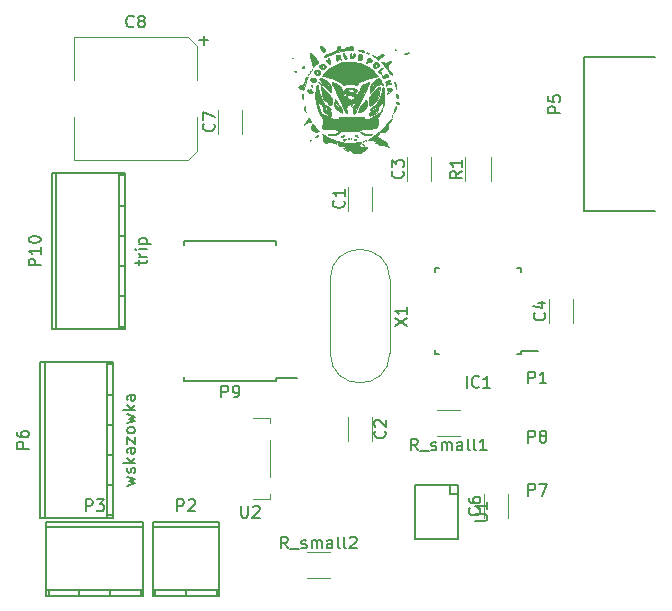
<source format=gbr>
G04 #@! TF.FileFunction,Legend,Top*
%FSLAX46Y46*%
G04 Gerber Fmt 4.6, Leading zero omitted, Abs format (unit mm)*
G04 Created by KiCad (PCBNEW 4.0.2-stable) date 2/24/2017 09:05:39*
%MOMM*%
G01*
G04 APERTURE LIST*
%ADD10C,0.100000*%
%ADD11C,0.120000*%
%ADD12C,0.150000*%
%ADD13C,0.010000*%
G04 APERTURE END LIST*
D10*
D11*
X206210000Y-35450000D02*
X206210000Y-32560000D01*
X206210000Y-26550000D02*
X206210000Y-29440000D01*
X195790000Y-25790000D02*
X195790000Y-29440000D01*
X195790000Y-36210000D02*
X195790000Y-32560000D01*
X195790000Y-25790000D02*
X205450000Y-25790000D01*
X205450000Y-25790000D02*
X206210000Y-26550000D01*
X206210000Y-35450000D02*
X205450000Y-36210000D01*
X205450000Y-36210000D02*
X195790000Y-36210000D01*
D12*
X201639560Y-66901200D02*
X193440440Y-66901200D01*
X201639560Y-67299980D02*
X193440440Y-67299980D01*
X201639560Y-72600960D02*
X193440440Y-72600960D01*
X193440440Y-73098800D02*
X201639560Y-73098800D01*
X198840480Y-72600960D02*
X198840480Y-73098800D01*
X193641100Y-73098800D02*
X193641100Y-72600960D01*
X201441440Y-72600960D02*
X201441440Y-73098800D01*
X196242060Y-73098800D02*
X196242060Y-72600960D01*
X201639560Y-73098800D02*
X201639560Y-66901200D01*
X193442980Y-66901200D02*
X193442980Y-73098800D01*
D11*
X212400000Y-64540000D02*
X212400000Y-64890000D01*
X212400000Y-64890000D02*
X210900000Y-64890000D01*
X212400000Y-59890000D02*
X212400000Y-63090000D01*
X210900000Y-58090000D02*
X212400000Y-58090000D01*
X212400000Y-58090000D02*
X212400000Y-58490000D01*
X218980000Y-38500000D02*
X218980000Y-40500000D01*
X221020000Y-40500000D02*
X221020000Y-38500000D01*
X221020000Y-60000000D02*
X221020000Y-58000000D01*
X218980000Y-58000000D02*
X218980000Y-60000000D01*
X223980000Y-36000000D02*
X223980000Y-38000000D01*
X226020000Y-38000000D02*
X226020000Y-36000000D01*
X235980000Y-48000000D02*
X235980000Y-50000000D01*
X238020000Y-50000000D02*
X238020000Y-48000000D01*
X230480000Y-64500000D02*
X230480000Y-66500000D01*
X232520000Y-66500000D02*
X232520000Y-64500000D01*
X207980000Y-32000000D02*
X207980000Y-34000000D01*
X210020000Y-34000000D02*
X210020000Y-32000000D01*
D12*
X233625000Y-52625000D02*
X233625000Y-52400000D01*
X226375000Y-52625000D02*
X226375000Y-52300000D01*
X226375000Y-45375000D02*
X226375000Y-45700000D01*
X233625000Y-45375000D02*
X233625000Y-45700000D01*
X233625000Y-52625000D02*
X233300000Y-52625000D01*
X233625000Y-45375000D02*
X233300000Y-45375000D01*
X226375000Y-45375000D02*
X226700000Y-45375000D01*
X226375000Y-52625000D02*
X226700000Y-52625000D01*
X233625000Y-52400000D02*
X235050000Y-52400000D01*
X208069080Y-72600960D02*
X202470920Y-72600960D01*
X202669040Y-73098800D02*
X202669040Y-72600960D01*
X207870960Y-72600960D02*
X207870960Y-73098800D01*
X205270000Y-73098800D02*
X205270000Y-72600960D01*
X202470920Y-67299980D02*
X208069080Y-67299980D01*
X202470920Y-73098800D02*
X208069080Y-73098800D01*
X208069080Y-73098800D02*
X208069080Y-66901200D01*
X208069080Y-66901200D02*
X202470920Y-66901200D01*
X202470920Y-66901200D02*
X202470920Y-73098800D01*
X239000000Y-34000000D02*
X239000000Y-27500000D01*
X239000000Y-27500000D02*
X245000000Y-27500000D01*
X239000000Y-34000000D02*
X239000000Y-40500000D01*
X239000000Y-40500000D02*
X245000000Y-40500000D01*
X198600960Y-56120160D02*
X199098800Y-56120160D01*
X199098800Y-53321080D02*
X199098800Y-66518920D01*
X198600960Y-66518920D02*
X198600960Y-53321080D01*
X193299980Y-66518920D02*
X193299980Y-53321080D01*
X192901200Y-53321080D02*
X192901200Y-66518920D01*
X198600960Y-58622060D02*
X199098800Y-58622060D01*
X198600960Y-61220480D02*
X199098800Y-61220480D01*
X199098800Y-66318260D02*
X198600960Y-66318260D01*
X198600960Y-53521740D02*
X199098800Y-53521740D01*
X199098800Y-63717300D02*
X198600960Y-63717300D01*
X199098800Y-53323620D02*
X192901200Y-53323620D01*
X192901200Y-66516380D02*
X199098800Y-66516380D01*
X199600960Y-40120160D02*
X200098800Y-40120160D01*
X200098800Y-37321080D02*
X200098800Y-50518920D01*
X199600960Y-50518920D02*
X199600960Y-37321080D01*
X194299980Y-50518920D02*
X194299980Y-37321080D01*
X193901200Y-37321080D02*
X193901200Y-50518920D01*
X199600960Y-42622060D02*
X200098800Y-42622060D01*
X199600960Y-45220480D02*
X200098800Y-45220480D01*
X200098800Y-50318260D02*
X199600960Y-50318260D01*
X199600960Y-37521740D02*
X200098800Y-37521740D01*
X200098800Y-47717300D02*
X199600960Y-47717300D01*
X200098800Y-37323620D02*
X193901200Y-37323620D01*
X193901200Y-50516380D02*
X200098800Y-50516380D01*
D11*
X231070000Y-36000000D02*
X231070000Y-38000000D01*
X228930000Y-38000000D02*
X228930000Y-36000000D01*
X226500000Y-57430000D02*
X228500000Y-57430000D01*
X228500000Y-59570000D02*
X226500000Y-59570000D01*
X217500000Y-71570000D02*
X215500000Y-71570000D01*
X215500000Y-69430000D02*
X217500000Y-69430000D01*
X217475000Y-46315000D02*
G75*
G02X222525000Y-46315000I2525000J0D01*
G01*
X217475000Y-52565000D02*
G75*
G03X222525000Y-52565000I2525000J0D01*
G01*
X222525000Y-46315000D02*
X222525000Y-52565000D01*
X217475000Y-46315000D02*
X217475000Y-52565000D01*
D12*
X228300860Y-64498860D02*
X227599820Y-64498860D01*
X227599820Y-64498860D02*
X227599820Y-63698760D01*
X228300860Y-68301240D02*
X228300860Y-63698760D01*
X228300860Y-63698760D02*
X224699140Y-63698760D01*
X224699140Y-63698760D02*
X224699140Y-68301240D01*
X224699140Y-68301240D02*
X228300860Y-68301240D01*
X212875000Y-54950000D02*
X212875000Y-54700000D01*
X205125000Y-54950000D02*
X205125000Y-54605000D01*
X205125000Y-43050000D02*
X205125000Y-43395000D01*
X212875000Y-43050000D02*
X212875000Y-43395000D01*
X212875000Y-54950000D02*
X205125000Y-54950000D01*
X212875000Y-43050000D02*
X205125000Y-43050000D01*
X212875000Y-54700000D02*
X214700000Y-54700000D01*
D13*
G36*
X216832108Y-34035894D02*
X216850500Y-34047826D01*
X217196445Y-34246149D01*
X217604041Y-34435795D01*
X218018686Y-34593625D01*
X218376734Y-34694595D01*
X218717010Y-34743594D01*
X219107408Y-34763452D01*
X219499599Y-34754558D01*
X219845255Y-34717304D01*
X220010568Y-34681397D01*
X220112491Y-34667129D01*
X220122648Y-34721325D01*
X220114899Y-34743597D01*
X220036433Y-34832662D01*
X219986956Y-34846500D01*
X219906634Y-34880037D01*
X219933589Y-34979864D01*
X220067503Y-35144800D01*
X220067553Y-35144853D01*
X220169049Y-35238527D01*
X220202926Y-35237500D01*
X220196546Y-35211625D01*
X220192243Y-35130935D01*
X220278168Y-35102130D01*
X220334409Y-35100500D01*
X220478206Y-35113488D01*
X220552432Y-35140599D01*
X220565240Y-35226467D01*
X220501902Y-35329298D01*
X220397376Y-35404530D01*
X220334820Y-35418000D01*
X220209893Y-35473023D01*
X220170899Y-35545000D01*
X220127277Y-35624634D01*
X220028005Y-35661015D01*
X219843468Y-35667536D01*
X219635619Y-35653190D01*
X219464099Y-35622485D01*
X219422250Y-35608500D01*
X219347715Y-35564537D01*
X219358750Y-35548068D01*
X219345073Y-35522030D01*
X219240295Y-35461937D01*
X219145945Y-35416831D01*
X218970104Y-35350915D01*
X218838006Y-35326177D01*
X218802759Y-35332787D01*
X218765934Y-35333302D01*
X218778474Y-35305199D01*
X218777350Y-35216559D01*
X218755500Y-35195750D01*
X218721265Y-35115813D01*
X218732587Y-35086200D01*
X218719512Y-35044410D01*
X218594143Y-35053496D01*
X218577904Y-35056644D01*
X218405556Y-35064228D01*
X218249794Y-35028842D01*
X218142687Y-34965251D01*
X218116303Y-34888218D01*
X218138198Y-34854201D01*
X218178071Y-34775839D01*
X218119969Y-34717828D01*
X217983870Y-34666764D01*
X217930000Y-34661985D01*
X217877521Y-34676386D01*
X217914125Y-34698054D01*
X217983187Y-34781157D01*
X217992527Y-34835916D01*
X217971857Y-34896735D01*
X217944902Y-34877911D01*
X217858824Y-34817416D01*
X217703268Y-34746809D01*
X217657049Y-34729813D01*
X217485975Y-34681108D01*
X217378879Y-34688533D01*
X217311484Y-34730152D01*
X217239495Y-34781911D01*
X217247401Y-34748260D01*
X217257705Y-34730687D01*
X217277321Y-34679216D01*
X217216147Y-34704631D01*
X217183056Y-34724833D01*
X217020237Y-34785985D01*
X216913422Y-34734985D01*
X216866255Y-34575385D01*
X216868986Y-34418644D01*
X216872763Y-34201921D01*
X216831090Y-34071597D01*
X216793853Y-34030326D01*
X216766389Y-33999201D01*
X216832108Y-34035894D01*
X216832108Y-34035894D01*
G37*
X216832108Y-34035894D02*
X216850500Y-34047826D01*
X217196445Y-34246149D01*
X217604041Y-34435795D01*
X218018686Y-34593625D01*
X218376734Y-34694595D01*
X218717010Y-34743594D01*
X219107408Y-34763452D01*
X219499599Y-34754558D01*
X219845255Y-34717304D01*
X220010568Y-34681397D01*
X220112491Y-34667129D01*
X220122648Y-34721325D01*
X220114899Y-34743597D01*
X220036433Y-34832662D01*
X219986956Y-34846500D01*
X219906634Y-34880037D01*
X219933589Y-34979864D01*
X220067503Y-35144800D01*
X220067553Y-35144853D01*
X220169049Y-35238527D01*
X220202926Y-35237500D01*
X220196546Y-35211625D01*
X220192243Y-35130935D01*
X220278168Y-35102130D01*
X220334409Y-35100500D01*
X220478206Y-35113488D01*
X220552432Y-35140599D01*
X220565240Y-35226467D01*
X220501902Y-35329298D01*
X220397376Y-35404530D01*
X220334820Y-35418000D01*
X220209893Y-35473023D01*
X220170899Y-35545000D01*
X220127277Y-35624634D01*
X220028005Y-35661015D01*
X219843468Y-35667536D01*
X219635619Y-35653190D01*
X219464099Y-35622485D01*
X219422250Y-35608500D01*
X219347715Y-35564537D01*
X219358750Y-35548068D01*
X219345073Y-35522030D01*
X219240295Y-35461937D01*
X219145945Y-35416831D01*
X218970104Y-35350915D01*
X218838006Y-35326177D01*
X218802759Y-35332787D01*
X218765934Y-35333302D01*
X218778474Y-35305199D01*
X218777350Y-35216559D01*
X218755500Y-35195750D01*
X218721265Y-35115813D01*
X218732587Y-35086200D01*
X218719512Y-35044410D01*
X218594143Y-35053496D01*
X218577904Y-35056644D01*
X218405556Y-35064228D01*
X218249794Y-35028842D01*
X218142687Y-34965251D01*
X218116303Y-34888218D01*
X218138198Y-34854201D01*
X218178071Y-34775839D01*
X218119969Y-34717828D01*
X217983870Y-34666764D01*
X217930000Y-34661985D01*
X217877521Y-34676386D01*
X217914125Y-34698054D01*
X217983187Y-34781157D01*
X217992527Y-34835916D01*
X217971857Y-34896735D01*
X217944902Y-34877911D01*
X217858824Y-34817416D01*
X217703268Y-34746809D01*
X217657049Y-34729813D01*
X217485975Y-34681108D01*
X217378879Y-34688533D01*
X217311484Y-34730152D01*
X217239495Y-34781911D01*
X217247401Y-34748260D01*
X217257705Y-34730687D01*
X217277321Y-34679216D01*
X217216147Y-34704631D01*
X217183056Y-34724833D01*
X217020237Y-34785985D01*
X216913422Y-34734985D01*
X216866255Y-34575385D01*
X216868986Y-34418644D01*
X216872763Y-34201921D01*
X216831090Y-34071597D01*
X216793853Y-34030326D01*
X216766389Y-33999201D01*
X216832108Y-34035894D01*
G36*
X218946000Y-35449750D02*
X218914250Y-35481500D01*
X218882500Y-35449750D01*
X218914250Y-35418000D01*
X218946000Y-35449750D01*
X218946000Y-35449750D01*
G37*
X218946000Y-35449750D02*
X218914250Y-35481500D01*
X218882500Y-35449750D01*
X218914250Y-35418000D01*
X218946000Y-35449750D01*
G36*
X218690154Y-35212321D02*
X218692000Y-35227500D01*
X218643678Y-35289154D01*
X218628500Y-35291000D01*
X218566845Y-35242678D01*
X218565000Y-35227500D01*
X218613321Y-35165845D01*
X218628500Y-35164000D01*
X218690154Y-35212321D01*
X218690154Y-35212321D01*
G37*
X218690154Y-35212321D02*
X218692000Y-35227500D01*
X218643678Y-35289154D01*
X218628500Y-35291000D01*
X218566845Y-35242678D01*
X218565000Y-35227500D01*
X218613321Y-35165845D01*
X218628500Y-35164000D01*
X218690154Y-35212321D01*
G36*
X222680351Y-32711819D02*
X222682701Y-32720287D01*
X222652746Y-32830371D01*
X222549760Y-32968353D01*
X222513031Y-33004270D01*
X222388552Y-33137419D01*
X222344916Y-33264675D01*
X222355406Y-33432749D01*
X222365745Y-33610311D01*
X222324169Y-33718085D01*
X222243528Y-33788385D01*
X222077867Y-33855477D01*
X221956490Y-33855130D01*
X221821621Y-33852465D01*
X221685175Y-33891935D01*
X221590832Y-33954743D01*
X221579106Y-34017532D01*
X221560415Y-34082106D01*
X221517385Y-34107603D01*
X221431894Y-34169630D01*
X221459206Y-34251217D01*
X221603038Y-34357541D01*
X221755875Y-34439919D01*
X222037511Y-34593592D01*
X222213080Y-34722789D01*
X222297847Y-34840551D01*
X222311500Y-34914550D01*
X222350763Y-35026822D01*
X222390875Y-35058445D01*
X222427248Y-35088250D01*
X222406750Y-35093467D01*
X222311269Y-35060758D01*
X222217485Y-35001400D01*
X222039143Y-34936184D01*
X221926892Y-34942542D01*
X221775790Y-34949469D01*
X221618454Y-34919996D01*
X221495203Y-34867392D01*
X221446357Y-34804929D01*
X221452207Y-34786304D01*
X221433407Y-34715833D01*
X221331969Y-34639777D01*
X221200250Y-34591154D01*
X221095600Y-34559307D01*
X220985487Y-34519775D01*
X220813306Y-34488853D01*
X220699737Y-34499627D01*
X220686072Y-34489612D01*
X220767164Y-34430310D01*
X220926333Y-34333350D01*
X220993506Y-34294869D01*
X221594875Y-33889766D01*
X222092473Y-33413591D01*
X222379557Y-33036523D01*
X222533925Y-32817262D01*
X222633555Y-32709689D01*
X222680351Y-32711819D01*
X222680351Y-32711819D01*
G37*
X222680351Y-32711819D02*
X222682701Y-32720287D01*
X222652746Y-32830371D01*
X222549760Y-32968353D01*
X222513031Y-33004270D01*
X222388552Y-33137419D01*
X222344916Y-33264675D01*
X222355406Y-33432749D01*
X222365745Y-33610311D01*
X222324169Y-33718085D01*
X222243528Y-33788385D01*
X222077867Y-33855477D01*
X221956490Y-33855130D01*
X221821621Y-33852465D01*
X221685175Y-33891935D01*
X221590832Y-33954743D01*
X221579106Y-34017532D01*
X221560415Y-34082106D01*
X221517385Y-34107603D01*
X221431894Y-34169630D01*
X221459206Y-34251217D01*
X221603038Y-34357541D01*
X221755875Y-34439919D01*
X222037511Y-34593592D01*
X222213080Y-34722789D01*
X222297847Y-34840551D01*
X222311500Y-34914550D01*
X222350763Y-35026822D01*
X222390875Y-35058445D01*
X222427248Y-35088250D01*
X222406750Y-35093467D01*
X222311269Y-35060758D01*
X222217485Y-35001400D01*
X222039143Y-34936184D01*
X221926892Y-34942542D01*
X221775790Y-34949469D01*
X221618454Y-34919996D01*
X221495203Y-34867392D01*
X221446357Y-34804929D01*
X221452207Y-34786304D01*
X221433407Y-34715833D01*
X221331969Y-34639777D01*
X221200250Y-34591154D01*
X221095600Y-34559307D01*
X220985487Y-34519775D01*
X220813306Y-34488853D01*
X220699737Y-34499627D01*
X220686072Y-34489612D01*
X220767164Y-34430310D01*
X220926333Y-34333350D01*
X220993506Y-34294869D01*
X221594875Y-33889766D01*
X222092473Y-33413591D01*
X222379557Y-33036523D01*
X222533925Y-32817262D01*
X222633555Y-32709689D01*
X222680351Y-32711819D01*
G36*
X220290143Y-34890277D02*
X220343000Y-34941750D01*
X220381108Y-35018383D01*
X220358550Y-35037000D01*
X220268856Y-34993222D01*
X220216000Y-34941750D01*
X220177891Y-34865116D01*
X220200449Y-34846500D01*
X220290143Y-34890277D01*
X220290143Y-34890277D01*
G37*
X220290143Y-34890277D02*
X220343000Y-34941750D01*
X220381108Y-35018383D01*
X220358550Y-35037000D01*
X220268856Y-34993222D01*
X220216000Y-34941750D01*
X220177891Y-34865116D01*
X220200449Y-34846500D01*
X220290143Y-34890277D01*
G36*
X221359000Y-34751250D02*
X221327250Y-34783000D01*
X221295500Y-34751250D01*
X221327250Y-34719500D01*
X221359000Y-34751250D01*
X221359000Y-34751250D01*
G37*
X221359000Y-34751250D02*
X221327250Y-34783000D01*
X221295500Y-34751250D01*
X221327250Y-34719500D01*
X221359000Y-34751250D01*
G36*
X220321833Y-34613666D02*
X220313116Y-34651417D01*
X220279500Y-34656000D01*
X220227232Y-34632766D01*
X220237166Y-34613666D01*
X220312526Y-34606066D01*
X220321833Y-34613666D01*
X220321833Y-34613666D01*
G37*
X220321833Y-34613666D02*
X220313116Y-34651417D01*
X220279500Y-34656000D01*
X220227232Y-34632766D01*
X220237166Y-34613666D01*
X220312526Y-34606066D01*
X220321833Y-34613666D01*
G36*
X215834500Y-34560750D02*
X215802750Y-34592500D01*
X215771000Y-34560750D01*
X215802750Y-34529000D01*
X215834500Y-34560750D01*
X215834500Y-34560750D01*
G37*
X215834500Y-34560750D02*
X215802750Y-34592500D01*
X215771000Y-34560750D01*
X215802750Y-34529000D01*
X215834500Y-34560750D01*
G36*
X218793170Y-34447938D02*
X218763599Y-34485360D01*
X218647163Y-34583492D01*
X218555436Y-34558588D01*
X218533250Y-34529000D01*
X218535323Y-34470356D01*
X218556058Y-34465500D01*
X218663888Y-34444820D01*
X218734431Y-34421860D01*
X218812715Y-34400900D01*
X218793170Y-34447938D01*
X218793170Y-34447938D01*
G37*
X218793170Y-34447938D02*
X218763599Y-34485360D01*
X218647163Y-34583492D01*
X218555436Y-34558588D01*
X218533250Y-34529000D01*
X218535323Y-34470356D01*
X218556058Y-34465500D01*
X218663888Y-34444820D01*
X218734431Y-34421860D01*
X218812715Y-34400900D01*
X218793170Y-34447938D01*
G36*
X220512333Y-34550166D02*
X220503616Y-34587917D01*
X220470000Y-34592500D01*
X220417732Y-34569266D01*
X220427666Y-34550166D01*
X220503026Y-34542566D01*
X220512333Y-34550166D01*
X220512333Y-34550166D01*
G37*
X220512333Y-34550166D02*
X220503616Y-34587917D01*
X220470000Y-34592500D01*
X220417732Y-34569266D01*
X220427666Y-34550166D01*
X220503026Y-34542566D01*
X220512333Y-34550166D01*
G36*
X219651466Y-34439258D02*
X219676250Y-34465500D01*
X219662566Y-34520440D01*
X219620245Y-34529000D01*
X219510533Y-34491741D01*
X219485750Y-34465500D01*
X219499433Y-34410559D01*
X219541754Y-34402000D01*
X219651466Y-34439258D01*
X219651466Y-34439258D01*
G37*
X219651466Y-34439258D02*
X219676250Y-34465500D01*
X219662566Y-34520440D01*
X219620245Y-34529000D01*
X219510533Y-34491741D01*
X219485750Y-34465500D01*
X219499433Y-34410559D01*
X219541754Y-34402000D01*
X219651466Y-34439258D01*
G36*
X219051172Y-34377402D02*
X219041250Y-34402000D01*
X218984188Y-34462577D01*
X218974002Y-34465500D01*
X218946728Y-34416370D01*
X218946000Y-34402000D01*
X218994815Y-34340940D01*
X219013247Y-34338500D01*
X219051172Y-34377402D01*
X219051172Y-34377402D01*
G37*
X219051172Y-34377402D02*
X219041250Y-34402000D01*
X218984188Y-34462577D01*
X218974002Y-34465500D01*
X218946728Y-34416370D01*
X218946000Y-34402000D01*
X218994815Y-34340940D01*
X219013247Y-34338500D01*
X219051172Y-34377402D01*
G36*
X219263500Y-34370250D02*
X219231750Y-34402000D01*
X219200000Y-34370250D01*
X219231750Y-34338500D01*
X219263500Y-34370250D01*
X219263500Y-34370250D01*
G37*
X219263500Y-34370250D02*
X219231750Y-34402000D01*
X219200000Y-34370250D01*
X219231750Y-34338500D01*
X219263500Y-34370250D01*
G36*
X216447271Y-34187764D02*
X216373780Y-34257222D01*
X216274144Y-34294668D01*
X216183111Y-34312703D01*
X216190239Y-34277190D01*
X216249891Y-34208581D01*
X216350879Y-34129686D01*
X216415522Y-34122135D01*
X216447271Y-34187764D01*
X216447271Y-34187764D01*
G37*
X216447271Y-34187764D02*
X216373780Y-34257222D01*
X216274144Y-34294668D01*
X216183111Y-34312703D01*
X216190239Y-34277190D01*
X216249891Y-34208581D01*
X216350879Y-34129686D01*
X216415522Y-34122135D01*
X216447271Y-34187764D01*
G36*
X218659140Y-34128789D02*
X218651463Y-34179750D01*
X218565274Y-34258398D01*
X218486930Y-34275000D01*
X218399896Y-34260199D01*
X218423917Y-34197229D01*
X218438000Y-34179750D01*
X218545053Y-34099110D01*
X218602532Y-34084500D01*
X218659140Y-34128789D01*
X218659140Y-34128789D01*
G37*
X218659140Y-34128789D02*
X218651463Y-34179750D01*
X218565274Y-34258398D01*
X218486930Y-34275000D01*
X218399896Y-34260199D01*
X218423917Y-34197229D01*
X218438000Y-34179750D01*
X218545053Y-34099110D01*
X218602532Y-34084500D01*
X218659140Y-34128789D01*
G36*
X219715548Y-34129626D02*
X219771500Y-34179750D01*
X219816727Y-34255131D01*
X219762047Y-34274951D01*
X219755300Y-34275000D01*
X219636951Y-34229873D01*
X219581000Y-34179750D01*
X219535772Y-34104368D01*
X219590452Y-34084548D01*
X219597199Y-34084500D01*
X219715548Y-34129626D01*
X219715548Y-34129626D01*
G37*
X219715548Y-34129626D02*
X219771500Y-34179750D01*
X219816727Y-34255131D01*
X219762047Y-34274951D01*
X219755300Y-34275000D01*
X219636951Y-34229873D01*
X219581000Y-34179750D01*
X219535772Y-34104368D01*
X219590452Y-34084548D01*
X219597199Y-34084500D01*
X219715548Y-34129626D01*
G36*
X218263618Y-33906940D02*
X218132885Y-34012177D01*
X218130228Y-34014072D01*
X217897032Y-34114712D01*
X217619273Y-34142796D01*
X217359981Y-34093239D01*
X217326750Y-34078877D01*
X217281113Y-34045624D01*
X217345065Y-34037444D01*
X217492671Y-34049182D01*
X217782055Y-34042983D01*
X218028089Y-33956052D01*
X218205441Y-33875594D01*
X218285877Y-33860318D01*
X218263618Y-33906940D01*
X218263618Y-33906940D01*
G37*
X218263618Y-33906940D02*
X218132885Y-34012177D01*
X218130228Y-34014072D01*
X217897032Y-34114712D01*
X217619273Y-34142796D01*
X217359981Y-34093239D01*
X217326750Y-34078877D01*
X217281113Y-34045624D01*
X217345065Y-34037444D01*
X217492671Y-34049182D01*
X217782055Y-34042983D01*
X218028089Y-33956052D01*
X218205441Y-33875594D01*
X218285877Y-33860318D01*
X218263618Y-33906940D01*
G36*
X220212846Y-33924119D02*
X220387980Y-33982353D01*
X220620003Y-34020271D01*
X220736721Y-34027329D01*
X220917533Y-34034543D01*
X220982220Y-34049379D01*
X220941590Y-34075314D01*
X220914500Y-34084500D01*
X220613787Y-34137451D01*
X220348694Y-34082336D01*
X220231875Y-34021695D01*
X220083979Y-33921249D01*
X220030938Y-33864583D01*
X220074908Y-33862754D01*
X220212846Y-33924119D01*
X220212846Y-33924119D01*
G37*
X220212846Y-33924119D02*
X220387980Y-33982353D01*
X220620003Y-34020271D01*
X220736721Y-34027329D01*
X220917533Y-34034543D01*
X220982220Y-34049379D01*
X220941590Y-34075314D01*
X220914500Y-34084500D01*
X220613787Y-34137451D01*
X220348694Y-34082336D01*
X220231875Y-34021695D01*
X220083979Y-33921249D01*
X220030938Y-33864583D01*
X220074908Y-33862754D01*
X220212846Y-33924119D01*
G36*
X215960362Y-33176431D02*
X216072054Y-33293287D01*
X216218635Y-33457914D01*
X216228422Y-33469231D01*
X216519567Y-33806463D01*
X216283836Y-33820372D01*
X216069254Y-33799042D01*
X215934081Y-33708286D01*
X215858945Y-33589435D01*
X215866867Y-33453442D01*
X215885593Y-33394293D01*
X215920714Y-33252569D01*
X215914934Y-33170187D01*
X215913981Y-33169148D01*
X215902835Y-33132445D01*
X215907055Y-33132000D01*
X215960362Y-33176431D01*
X215960362Y-33176431D01*
G37*
X215960362Y-33176431D02*
X216072054Y-33293287D01*
X216218635Y-33457914D01*
X216228422Y-33469231D01*
X216519567Y-33806463D01*
X216283836Y-33820372D01*
X216069254Y-33799042D01*
X215934081Y-33708286D01*
X215858945Y-33589435D01*
X215866867Y-33453442D01*
X215885593Y-33394293D01*
X215920714Y-33252569D01*
X215914934Y-33170187D01*
X215913981Y-33169148D01*
X215902835Y-33132445D01*
X215907055Y-33132000D01*
X215960362Y-33176431D01*
G36*
X216403386Y-29834171D02*
X216435692Y-29930529D01*
X216478982Y-30129851D01*
X216537111Y-30427532D01*
X216661785Y-30902883D01*
X216835851Y-31273118D01*
X217068784Y-31553686D01*
X217346988Y-31747921D01*
X217480685Y-31837833D01*
X217547318Y-31918546D01*
X217549000Y-31928818D01*
X217501874Y-31948037D01*
X217376031Y-31897860D01*
X217323120Y-31868272D01*
X217176065Y-31785153D01*
X217081711Y-31738601D01*
X217069120Y-31735000D01*
X217051961Y-31790528D01*
X217047889Y-31925776D01*
X217048366Y-31941375D01*
X217060210Y-32048806D01*
X217080093Y-32051585D01*
X217084772Y-32036625D01*
X217114749Y-31952562D01*
X217167518Y-31934696D01*
X217279830Y-31980550D01*
X217354113Y-32018481D01*
X217512457Y-32159404D01*
X217562333Y-32305058D01*
X217571997Y-32436237D01*
X217532416Y-32473216D01*
X217458748Y-32456940D01*
X217299063Y-32379612D01*
X217121040Y-32256420D01*
X216968954Y-32121847D01*
X216887766Y-32012227D01*
X216859939Y-31877880D01*
X216850500Y-31731437D01*
X216817880Y-31579441D01*
X216698679Y-31470760D01*
X216654098Y-31446198D01*
X216516916Y-31385050D01*
X216436786Y-31367635D01*
X216432418Y-31369914D01*
X216433524Y-31439738D01*
X216461800Y-31595948D01*
X216502918Y-31771471D01*
X216622517Y-32096578D01*
X216795403Y-32315312D01*
X217035219Y-32441953D01*
X217173584Y-32473508D01*
X217370237Y-32533372D01*
X217487018Y-32627161D01*
X217490040Y-32632484D01*
X217580989Y-32701774D01*
X217739375Y-32745043D01*
X217924985Y-32761055D01*
X218097606Y-32748576D01*
X218217025Y-32706371D01*
X218247500Y-32655750D01*
X218264078Y-32620092D01*
X218325060Y-32594379D01*
X218447312Y-32577089D01*
X218647701Y-32566696D01*
X218943094Y-32561679D01*
X219302043Y-32560500D01*
X219693644Y-32561818D01*
X219974657Y-32566796D01*
X220161474Y-32576968D01*
X220270490Y-32593866D01*
X220318098Y-32619026D01*
X220320692Y-32653982D01*
X220320036Y-32655750D01*
X220341805Y-32723056D01*
X220446290Y-32756045D01*
X220594397Y-32756339D01*
X220747033Y-32725561D01*
X220865106Y-32665334D01*
X220894835Y-32631890D01*
X221005212Y-32539878D01*
X221175075Y-32474524D01*
X221193991Y-32470613D01*
X221392809Y-32400463D01*
X221594307Y-32281695D01*
X221626771Y-32256348D01*
X221834782Y-32084250D01*
X221723891Y-32258875D01*
X221609939Y-32437498D01*
X221515471Y-32584581D01*
X221454322Y-32697134D01*
X221470763Y-32751633D01*
X221510154Y-32771048D01*
X221557047Y-32807014D01*
X221565300Y-32884345D01*
X221533640Y-33032931D01*
X221492919Y-33175591D01*
X221383472Y-33544750D01*
X220765097Y-33562959D01*
X220459595Y-33576769D01*
X220261423Y-33598879D01*
X220151006Y-33632615D01*
X220111067Y-33674084D01*
X220037233Y-33712307D01*
X219865294Y-33741800D01*
X219620551Y-33762591D01*
X219328309Y-33774706D01*
X219013871Y-33778176D01*
X218702539Y-33773026D01*
X218419617Y-33759286D01*
X218190408Y-33736983D01*
X218040215Y-33706144D01*
X217993500Y-33671750D01*
X217972592Y-33627460D01*
X217895980Y-33598973D01*
X217742828Y-33583184D01*
X217492299Y-33576988D01*
X217354220Y-33576500D01*
X217064321Y-33574568D01*
X216880065Y-33566171D01*
X216780122Y-33547404D01*
X216743160Y-33514360D01*
X216747191Y-33465375D01*
X216827417Y-33182774D01*
X216870818Y-32987633D01*
X216875628Y-32845345D01*
X216840085Y-32721305D01*
X216762424Y-32580907D01*
X216696835Y-32477482D01*
X216429379Y-31949809D01*
X216265349Y-31378351D01*
X216209202Y-30790604D01*
X216265399Y-30214062D01*
X216303518Y-30052250D01*
X216344185Y-29906093D01*
X216375179Y-29829713D01*
X216403386Y-29834171D01*
X216403386Y-29834171D01*
G37*
X216403386Y-29834171D02*
X216435692Y-29930529D01*
X216478982Y-30129851D01*
X216537111Y-30427532D01*
X216661785Y-30902883D01*
X216835851Y-31273118D01*
X217068784Y-31553686D01*
X217346988Y-31747921D01*
X217480685Y-31837833D01*
X217547318Y-31918546D01*
X217549000Y-31928818D01*
X217501874Y-31948037D01*
X217376031Y-31897860D01*
X217323120Y-31868272D01*
X217176065Y-31785153D01*
X217081711Y-31738601D01*
X217069120Y-31735000D01*
X217051961Y-31790528D01*
X217047889Y-31925776D01*
X217048366Y-31941375D01*
X217060210Y-32048806D01*
X217080093Y-32051585D01*
X217084772Y-32036625D01*
X217114749Y-31952562D01*
X217167518Y-31934696D01*
X217279830Y-31980550D01*
X217354113Y-32018481D01*
X217512457Y-32159404D01*
X217562333Y-32305058D01*
X217571997Y-32436237D01*
X217532416Y-32473216D01*
X217458748Y-32456940D01*
X217299063Y-32379612D01*
X217121040Y-32256420D01*
X216968954Y-32121847D01*
X216887766Y-32012227D01*
X216859939Y-31877880D01*
X216850500Y-31731437D01*
X216817880Y-31579441D01*
X216698679Y-31470760D01*
X216654098Y-31446198D01*
X216516916Y-31385050D01*
X216436786Y-31367635D01*
X216432418Y-31369914D01*
X216433524Y-31439738D01*
X216461800Y-31595948D01*
X216502918Y-31771471D01*
X216622517Y-32096578D01*
X216795403Y-32315312D01*
X217035219Y-32441953D01*
X217173584Y-32473508D01*
X217370237Y-32533372D01*
X217487018Y-32627161D01*
X217490040Y-32632484D01*
X217580989Y-32701774D01*
X217739375Y-32745043D01*
X217924985Y-32761055D01*
X218097606Y-32748576D01*
X218217025Y-32706371D01*
X218247500Y-32655750D01*
X218264078Y-32620092D01*
X218325060Y-32594379D01*
X218447312Y-32577089D01*
X218647701Y-32566696D01*
X218943094Y-32561679D01*
X219302043Y-32560500D01*
X219693644Y-32561818D01*
X219974657Y-32566796D01*
X220161474Y-32576968D01*
X220270490Y-32593866D01*
X220318098Y-32619026D01*
X220320692Y-32653982D01*
X220320036Y-32655750D01*
X220341805Y-32723056D01*
X220446290Y-32756045D01*
X220594397Y-32756339D01*
X220747033Y-32725561D01*
X220865106Y-32665334D01*
X220894835Y-32631890D01*
X221005212Y-32539878D01*
X221175075Y-32474524D01*
X221193991Y-32470613D01*
X221392809Y-32400463D01*
X221594307Y-32281695D01*
X221626771Y-32256348D01*
X221834782Y-32084250D01*
X221723891Y-32258875D01*
X221609939Y-32437498D01*
X221515471Y-32584581D01*
X221454322Y-32697134D01*
X221470763Y-32751633D01*
X221510154Y-32771048D01*
X221557047Y-32807014D01*
X221565300Y-32884345D01*
X221533640Y-33032931D01*
X221492919Y-33175591D01*
X221383472Y-33544750D01*
X220765097Y-33562959D01*
X220459595Y-33576769D01*
X220261423Y-33598879D01*
X220151006Y-33632615D01*
X220111067Y-33674084D01*
X220037233Y-33712307D01*
X219865294Y-33741800D01*
X219620551Y-33762591D01*
X219328309Y-33774706D01*
X219013871Y-33778176D01*
X218702539Y-33773026D01*
X218419617Y-33759286D01*
X218190408Y-33736983D01*
X218040215Y-33706144D01*
X217993500Y-33671750D01*
X217972592Y-33627460D01*
X217895980Y-33598973D01*
X217742828Y-33583184D01*
X217492299Y-33576988D01*
X217354220Y-33576500D01*
X217064321Y-33574568D01*
X216880065Y-33566171D01*
X216780122Y-33547404D01*
X216743160Y-33514360D01*
X216747191Y-33465375D01*
X216827417Y-33182774D01*
X216870818Y-32987633D01*
X216875628Y-32845345D01*
X216840085Y-32721305D01*
X216762424Y-32580907D01*
X216696835Y-32477482D01*
X216429379Y-31949809D01*
X216265349Y-31378351D01*
X216209202Y-30790604D01*
X216265399Y-30214062D01*
X216303518Y-30052250D01*
X216344185Y-29906093D01*
X216375179Y-29829713D01*
X216403386Y-29834171D01*
G36*
X215653123Y-32675350D02*
X215731260Y-32793791D01*
X215748445Y-32822683D01*
X215830100Y-32966104D01*
X215847427Y-33026818D01*
X215801913Y-33030733D01*
X215759788Y-33020467D01*
X215619879Y-33035362D01*
X215453436Y-33122036D01*
X215448968Y-33125309D01*
X215329433Y-33200893D01*
X215266062Y-33216022D01*
X215263000Y-33208469D01*
X215305130Y-33131784D01*
X215407634Y-33018390D01*
X215418367Y-33008177D01*
X215533173Y-32866372D01*
X215592791Y-32728595D01*
X215592992Y-32727233D01*
X215612984Y-32656818D01*
X215653123Y-32675350D01*
X215653123Y-32675350D01*
G37*
X215653123Y-32675350D02*
X215731260Y-32793791D01*
X215748445Y-32822683D01*
X215830100Y-32966104D01*
X215847427Y-33026818D01*
X215801913Y-33030733D01*
X215759788Y-33020467D01*
X215619879Y-33035362D01*
X215453436Y-33122036D01*
X215448968Y-33125309D01*
X215329433Y-33200893D01*
X215266062Y-33216022D01*
X215263000Y-33208469D01*
X215305130Y-33131784D01*
X215407634Y-33018390D01*
X215418367Y-33008177D01*
X215533173Y-32866372D01*
X215592791Y-32728595D01*
X215592992Y-32727233D01*
X215612984Y-32656818D01*
X215653123Y-32675350D01*
G36*
X222734833Y-32454666D02*
X222742433Y-32530026D01*
X222734833Y-32539333D01*
X222697082Y-32530616D01*
X222692500Y-32497000D01*
X222715733Y-32444732D01*
X222734833Y-32454666D01*
X222734833Y-32454666D01*
G37*
X222734833Y-32454666D02*
X222742433Y-32530026D01*
X222734833Y-32539333D01*
X222697082Y-32530616D01*
X222692500Y-32497000D01*
X222715733Y-32444732D01*
X222734833Y-32454666D01*
G36*
X222001906Y-30117798D02*
X222017663Y-30164089D01*
X222043702Y-30346565D01*
X222053828Y-30609536D01*
X222049573Y-30912537D01*
X222032468Y-31215104D01*
X222004046Y-31476773D01*
X221965839Y-31657081D01*
X221960602Y-31671500D01*
X221873366Y-31893750D01*
X221911064Y-31617522D01*
X221948763Y-31341294D01*
X221749131Y-31444527D01*
X221594871Y-31561976D01*
X221549500Y-31701892D01*
X221491015Y-31985446D01*
X221316859Y-32218735D01*
X221028982Y-32399396D01*
X220945857Y-32433649D01*
X220830984Y-32463881D01*
X220791188Y-32414180D01*
X220787500Y-32341002D01*
X220846965Y-32178041D01*
X220971927Y-32056823D01*
X221141606Y-31955613D01*
X221250226Y-31930804D01*
X221282097Y-31984113D01*
X221271271Y-32024048D01*
X221266833Y-32089597D01*
X221296227Y-32083800D01*
X221340371Y-32006540D01*
X221357988Y-31883784D01*
X221346529Y-31774203D01*
X221311375Y-31735237D01*
X221230783Y-31765730D01*
X221091532Y-31840887D01*
X221055840Y-31862237D01*
X220895118Y-31955695D01*
X220820126Y-31981878D01*
X220810962Y-31944016D01*
X220825805Y-31899563D01*
X220904937Y-31813597D01*
X221046355Y-31732988D01*
X221207989Y-31634792D01*
X221379239Y-31486158D01*
X221419908Y-31442499D01*
X221541053Y-31257468D01*
X221663987Y-30994611D01*
X221770990Y-30701597D01*
X221844342Y-30426094D01*
X221867000Y-30239808D01*
X221890586Y-30101722D01*
X221944153Y-30056731D01*
X222001906Y-30117798D01*
X222001906Y-30117798D01*
G37*
X222001906Y-30117798D02*
X222017663Y-30164089D01*
X222043702Y-30346565D01*
X222053828Y-30609536D01*
X222049573Y-30912537D01*
X222032468Y-31215104D01*
X222004046Y-31476773D01*
X221965839Y-31657081D01*
X221960602Y-31671500D01*
X221873366Y-31893750D01*
X221911064Y-31617522D01*
X221948763Y-31341294D01*
X221749131Y-31444527D01*
X221594871Y-31561976D01*
X221549500Y-31701892D01*
X221491015Y-31985446D01*
X221316859Y-32218735D01*
X221028982Y-32399396D01*
X220945857Y-32433649D01*
X220830984Y-32463881D01*
X220791188Y-32414180D01*
X220787500Y-32341002D01*
X220846965Y-32178041D01*
X220971927Y-32056823D01*
X221141606Y-31955613D01*
X221250226Y-31930804D01*
X221282097Y-31984113D01*
X221271271Y-32024048D01*
X221266833Y-32089597D01*
X221296227Y-32083800D01*
X221340371Y-32006540D01*
X221357988Y-31883784D01*
X221346529Y-31774203D01*
X221311375Y-31735237D01*
X221230783Y-31765730D01*
X221091532Y-31840887D01*
X221055840Y-31862237D01*
X220895118Y-31955695D01*
X220820126Y-31981878D01*
X220810962Y-31944016D01*
X220825805Y-31899563D01*
X220904937Y-31813597D01*
X221046355Y-31732988D01*
X221207989Y-31634792D01*
X221379239Y-31486158D01*
X221419908Y-31442499D01*
X221541053Y-31257468D01*
X221663987Y-30994611D01*
X221770990Y-30701597D01*
X221844342Y-30426094D01*
X221867000Y-30239808D01*
X221890586Y-30101722D01*
X221944153Y-30056731D01*
X222001906Y-30117798D01*
G36*
X217782962Y-29666330D02*
X217946715Y-29741294D01*
X218154075Y-29854925D01*
X218291773Y-29973674D01*
X218402860Y-30141784D01*
X218473799Y-30282972D01*
X218567254Y-30485166D01*
X218608651Y-30608693D01*
X218602581Y-30688555D01*
X218553636Y-30759749D01*
X218538568Y-30776623D01*
X218461342Y-30931672D01*
X218493605Y-31082044D01*
X218618344Y-31211860D01*
X218818542Y-31305241D01*
X219077186Y-31346306D01*
X219149221Y-31346531D01*
X219422250Y-31339062D01*
X219114617Y-31287435D01*
X218846851Y-31215037D01*
X218665356Y-31109893D01*
X218580674Y-30985322D01*
X218595454Y-30900138D01*
X218865661Y-30900138D01*
X218945686Y-30997290D01*
X219084981Y-31067972D01*
X219249691Y-31100146D01*
X219405962Y-31081776D01*
X219510507Y-31013175D01*
X219539782Y-30910580D01*
X219443541Y-30825074D01*
X219222155Y-30756950D01*
X219177171Y-30748060D01*
X218991254Y-30730754D01*
X218892317Y-30770660D01*
X218878758Y-30788553D01*
X218865661Y-30900138D01*
X218595454Y-30900138D01*
X218603349Y-30854643D01*
X218697447Y-30760431D01*
X218785472Y-30684655D01*
X218784758Y-30608062D01*
X218728661Y-30513157D01*
X218664899Y-30395025D01*
X218685707Y-30313428D01*
X218694665Y-30304434D01*
X218946000Y-30304434D01*
X219000771Y-30391173D01*
X219131845Y-30451450D01*
X219289360Y-30473347D01*
X219423452Y-30444948D01*
X219451278Y-30425194D01*
X219499089Y-30338000D01*
X219581000Y-30338000D01*
X219604233Y-30390267D01*
X219623333Y-30380333D01*
X219630933Y-30304973D01*
X219623333Y-30295666D01*
X219585582Y-30304383D01*
X219581000Y-30338000D01*
X219499089Y-30338000D01*
X219505254Y-30326758D01*
X219483028Y-30280260D01*
X219362330Y-30217882D01*
X219203968Y-30196270D01*
X219054078Y-30213346D01*
X218958796Y-30267034D01*
X218946000Y-30304434D01*
X218694665Y-30304434D01*
X218761630Y-30237202D01*
X218926045Y-30153588D01*
X219153245Y-30113967D01*
X219393599Y-30118937D01*
X219597474Y-30169093D01*
X219686801Y-30226087D01*
X219756015Y-30310024D01*
X219742129Y-30379160D01*
X219652655Y-30471030D01*
X219508173Y-30605636D01*
X219646489Y-30752867D01*
X219733727Y-30883581D01*
X219736591Y-30978110D01*
X219724474Y-31026377D01*
X219761688Y-31010813D01*
X219831134Y-30911336D01*
X219788622Y-30785287D01*
X219692125Y-30691425D01*
X219608890Y-30621740D01*
X219630046Y-30610568D01*
X219664536Y-30619784D01*
X219738294Y-30615611D01*
X219812473Y-30541761D01*
X219903522Y-30378057D01*
X219959999Y-30257338D01*
X220069524Y-30034789D01*
X220166348Y-29898893D01*
X220279593Y-29816390D01*
X220384462Y-29772510D01*
X220559867Y-29709436D01*
X220690100Y-29662124D01*
X220709309Y-29655027D01*
X220744704Y-29648339D01*
X220757328Y-29671699D01*
X220741625Y-29740014D01*
X220692043Y-29868185D01*
X220603027Y-30071118D01*
X220469025Y-30363717D01*
X220348328Y-30623750D01*
X220190922Y-30963136D01*
X220024316Y-31324150D01*
X219871854Y-31656129D01*
X219786285Y-31843581D01*
X219677850Y-32073933D01*
X219586605Y-32252826D01*
X219526231Y-32354099D01*
X219512279Y-32367456D01*
X219471495Y-32315165D01*
X219418319Y-32182978D01*
X219408019Y-32150753D01*
X219372434Y-31987684D01*
X219397771Y-31910374D01*
X219413240Y-31901587D01*
X219447393Y-31856215D01*
X219404224Y-31814132D01*
X219355851Y-31718548D01*
X219357567Y-31712390D01*
X219465056Y-31712390D01*
X219490779Y-31721733D01*
X219581000Y-31699400D01*
X219725530Y-31646257D01*
X219800075Y-31600862D01*
X219824681Y-31551680D01*
X219768491Y-31544444D01*
X219668273Y-31573062D01*
X219560797Y-31631444D01*
X219545511Y-31643037D01*
X219465056Y-31712390D01*
X219357567Y-31712390D01*
X219386671Y-31607966D01*
X219475929Y-31545746D01*
X219492543Y-31544500D01*
X219572592Y-31507941D01*
X219581000Y-31481000D01*
X219526705Y-31433096D01*
X219423784Y-31417500D01*
X219284765Y-31443074D01*
X219131200Y-31505904D01*
X218999740Y-31585151D01*
X218927041Y-31659977D01*
X218930253Y-31698086D01*
X218923014Y-31765480D01*
X218854388Y-31835441D01*
X218788154Y-31902065D01*
X218806863Y-31925500D01*
X218859730Y-31981425D01*
X218882443Y-32120478D01*
X218882500Y-32128700D01*
X218868834Y-32251859D01*
X218834152Y-32276807D01*
X218828637Y-32271575D01*
X218791706Y-32203052D01*
X218712152Y-32039096D01*
X218599345Y-31800144D01*
X218462654Y-31506630D01*
X218311450Y-31178992D01*
X218155103Y-30837666D01*
X218002983Y-30503087D01*
X217864461Y-30195691D01*
X217748906Y-29935915D01*
X217665690Y-29744195D01*
X217630882Y-29659312D01*
X217655900Y-29627970D01*
X217782962Y-29666330D01*
X217782962Y-29666330D01*
G37*
X217782962Y-29666330D02*
X217946715Y-29741294D01*
X218154075Y-29854925D01*
X218291773Y-29973674D01*
X218402860Y-30141784D01*
X218473799Y-30282972D01*
X218567254Y-30485166D01*
X218608651Y-30608693D01*
X218602581Y-30688555D01*
X218553636Y-30759749D01*
X218538568Y-30776623D01*
X218461342Y-30931672D01*
X218493605Y-31082044D01*
X218618344Y-31211860D01*
X218818542Y-31305241D01*
X219077186Y-31346306D01*
X219149221Y-31346531D01*
X219422250Y-31339062D01*
X219114617Y-31287435D01*
X218846851Y-31215037D01*
X218665356Y-31109893D01*
X218580674Y-30985322D01*
X218595454Y-30900138D01*
X218865661Y-30900138D01*
X218945686Y-30997290D01*
X219084981Y-31067972D01*
X219249691Y-31100146D01*
X219405962Y-31081776D01*
X219510507Y-31013175D01*
X219539782Y-30910580D01*
X219443541Y-30825074D01*
X219222155Y-30756950D01*
X219177171Y-30748060D01*
X218991254Y-30730754D01*
X218892317Y-30770660D01*
X218878758Y-30788553D01*
X218865661Y-30900138D01*
X218595454Y-30900138D01*
X218603349Y-30854643D01*
X218697447Y-30760431D01*
X218785472Y-30684655D01*
X218784758Y-30608062D01*
X218728661Y-30513157D01*
X218664899Y-30395025D01*
X218685707Y-30313428D01*
X218694665Y-30304434D01*
X218946000Y-30304434D01*
X219000771Y-30391173D01*
X219131845Y-30451450D01*
X219289360Y-30473347D01*
X219423452Y-30444948D01*
X219451278Y-30425194D01*
X219499089Y-30338000D01*
X219581000Y-30338000D01*
X219604233Y-30390267D01*
X219623333Y-30380333D01*
X219630933Y-30304973D01*
X219623333Y-30295666D01*
X219585582Y-30304383D01*
X219581000Y-30338000D01*
X219499089Y-30338000D01*
X219505254Y-30326758D01*
X219483028Y-30280260D01*
X219362330Y-30217882D01*
X219203968Y-30196270D01*
X219054078Y-30213346D01*
X218958796Y-30267034D01*
X218946000Y-30304434D01*
X218694665Y-30304434D01*
X218761630Y-30237202D01*
X218926045Y-30153588D01*
X219153245Y-30113967D01*
X219393599Y-30118937D01*
X219597474Y-30169093D01*
X219686801Y-30226087D01*
X219756015Y-30310024D01*
X219742129Y-30379160D01*
X219652655Y-30471030D01*
X219508173Y-30605636D01*
X219646489Y-30752867D01*
X219733727Y-30883581D01*
X219736591Y-30978110D01*
X219724474Y-31026377D01*
X219761688Y-31010813D01*
X219831134Y-30911336D01*
X219788622Y-30785287D01*
X219692125Y-30691425D01*
X219608890Y-30621740D01*
X219630046Y-30610568D01*
X219664536Y-30619784D01*
X219738294Y-30615611D01*
X219812473Y-30541761D01*
X219903522Y-30378057D01*
X219959999Y-30257338D01*
X220069524Y-30034789D01*
X220166348Y-29898893D01*
X220279593Y-29816390D01*
X220384462Y-29772510D01*
X220559867Y-29709436D01*
X220690100Y-29662124D01*
X220709309Y-29655027D01*
X220744704Y-29648339D01*
X220757328Y-29671699D01*
X220741625Y-29740014D01*
X220692043Y-29868185D01*
X220603027Y-30071118D01*
X220469025Y-30363717D01*
X220348328Y-30623750D01*
X220190922Y-30963136D01*
X220024316Y-31324150D01*
X219871854Y-31656129D01*
X219786285Y-31843581D01*
X219677850Y-32073933D01*
X219586605Y-32252826D01*
X219526231Y-32354099D01*
X219512279Y-32367456D01*
X219471495Y-32315165D01*
X219418319Y-32182978D01*
X219408019Y-32150753D01*
X219372434Y-31987684D01*
X219397771Y-31910374D01*
X219413240Y-31901587D01*
X219447393Y-31856215D01*
X219404224Y-31814132D01*
X219355851Y-31718548D01*
X219357567Y-31712390D01*
X219465056Y-31712390D01*
X219490779Y-31721733D01*
X219581000Y-31699400D01*
X219725530Y-31646257D01*
X219800075Y-31600862D01*
X219824681Y-31551680D01*
X219768491Y-31544444D01*
X219668273Y-31573062D01*
X219560797Y-31631444D01*
X219545511Y-31643037D01*
X219465056Y-31712390D01*
X219357567Y-31712390D01*
X219386671Y-31607966D01*
X219475929Y-31545746D01*
X219492543Y-31544500D01*
X219572592Y-31507941D01*
X219581000Y-31481000D01*
X219526705Y-31433096D01*
X219423784Y-31417500D01*
X219284765Y-31443074D01*
X219131200Y-31505904D01*
X218999740Y-31585151D01*
X218927041Y-31659977D01*
X218930253Y-31698086D01*
X218923014Y-31765480D01*
X218854388Y-31835441D01*
X218788154Y-31902065D01*
X218806863Y-31925500D01*
X218859730Y-31981425D01*
X218882443Y-32120478D01*
X218882500Y-32128700D01*
X218868834Y-32251859D01*
X218834152Y-32276807D01*
X218828637Y-32271575D01*
X218791706Y-32203052D01*
X218712152Y-32039096D01*
X218599345Y-31800144D01*
X218462654Y-31506630D01*
X218311450Y-31178992D01*
X218155103Y-30837666D01*
X218002983Y-30503087D01*
X217864461Y-30195691D01*
X217748906Y-29935915D01*
X217665690Y-29744195D01*
X217630882Y-29659312D01*
X217655900Y-29627970D01*
X217782962Y-29666330D01*
G36*
X217923469Y-31056021D02*
X217925536Y-31077210D01*
X217965910Y-31161720D01*
X218066144Y-31307339D01*
X218176631Y-31448130D01*
X218302915Y-31631155D01*
X218407759Y-31836329D01*
X218477371Y-32028487D01*
X218497959Y-32172465D01*
X218480164Y-32222002D01*
X218423044Y-32198645D01*
X218291334Y-32120483D01*
X218132871Y-32017274D01*
X217951507Y-31889110D01*
X217853208Y-31791152D01*
X217843933Y-31766750D01*
X217930000Y-31766750D01*
X217961750Y-31798500D01*
X217993500Y-31766750D01*
X217961750Y-31735000D01*
X217930000Y-31766750D01*
X217843933Y-31766750D01*
X217813348Y-31686290D01*
X217807299Y-31537415D01*
X217807463Y-31526937D01*
X217819235Y-31378381D01*
X217836232Y-31277069D01*
X217866500Y-31277069D01*
X217867472Y-31490159D01*
X217878443Y-31622007D01*
X217911000Y-31633023D01*
X217924272Y-31615092D01*
X217979539Y-31573545D01*
X218065497Y-31612740D01*
X218160776Y-31694467D01*
X218298691Y-31815267D01*
X218364686Y-31857791D01*
X218350862Y-31818581D01*
X218302900Y-31756713D01*
X218202283Y-31641058D01*
X218066603Y-31491676D01*
X218041125Y-31464248D01*
X217866500Y-31277069D01*
X217836232Y-31277069D01*
X217844687Y-31226674D01*
X217875853Y-31102153D01*
X217904769Y-31035156D01*
X217923469Y-31056021D01*
X217923469Y-31056021D01*
G37*
X217923469Y-31056021D02*
X217925536Y-31077210D01*
X217965910Y-31161720D01*
X218066144Y-31307339D01*
X218176631Y-31448130D01*
X218302915Y-31631155D01*
X218407759Y-31836329D01*
X218477371Y-32028487D01*
X218497959Y-32172465D01*
X218480164Y-32222002D01*
X218423044Y-32198645D01*
X218291334Y-32120483D01*
X218132871Y-32017274D01*
X217951507Y-31889110D01*
X217853208Y-31791152D01*
X217843933Y-31766750D01*
X217930000Y-31766750D01*
X217961750Y-31798500D01*
X217993500Y-31766750D01*
X217961750Y-31735000D01*
X217930000Y-31766750D01*
X217843933Y-31766750D01*
X217813348Y-31686290D01*
X217807299Y-31537415D01*
X217807463Y-31526937D01*
X217819235Y-31378381D01*
X217836232Y-31277069D01*
X217866500Y-31277069D01*
X217867472Y-31490159D01*
X217878443Y-31622007D01*
X217911000Y-31633023D01*
X217924272Y-31615092D01*
X217979539Y-31573545D01*
X218065497Y-31612740D01*
X218160776Y-31694467D01*
X218298691Y-31815267D01*
X218364686Y-31857791D01*
X218350862Y-31818581D01*
X218302900Y-31756713D01*
X218202283Y-31641058D01*
X218066603Y-31491676D01*
X218041125Y-31464248D01*
X217866500Y-31277069D01*
X217836232Y-31277069D01*
X217844687Y-31226674D01*
X217875853Y-31102153D01*
X217904769Y-31035156D01*
X217923469Y-31056021D01*
G36*
X223058471Y-31720853D02*
X223042844Y-31842107D01*
X222988336Y-31995056D01*
X222905340Y-32139490D01*
X222903040Y-32142578D01*
X222833510Y-32231085D01*
X222824714Y-32218486D01*
X222847883Y-32147750D01*
X222894679Y-31986093D01*
X222927134Y-31846125D01*
X222972187Y-31719595D01*
X223024821Y-31671500D01*
X223058471Y-31720853D01*
X223058471Y-31720853D01*
G37*
X223058471Y-31720853D02*
X223042844Y-31842107D01*
X222988336Y-31995056D01*
X222905340Y-32139490D01*
X222903040Y-32142578D01*
X222833510Y-32231085D01*
X222824714Y-32218486D01*
X222847883Y-32147750D01*
X222894679Y-31986093D01*
X222927134Y-31846125D01*
X222972187Y-31719595D01*
X223024821Y-31671500D01*
X223058471Y-31720853D01*
G36*
X215453500Y-32147750D02*
X215421750Y-32179500D01*
X215390000Y-32147750D01*
X215421750Y-32116000D01*
X215453500Y-32147750D01*
X215453500Y-32147750D01*
G37*
X215453500Y-32147750D02*
X215421750Y-32179500D01*
X215390000Y-32147750D01*
X215421750Y-32116000D01*
X215453500Y-32147750D01*
G36*
X220517754Y-31155973D02*
X220556250Y-31294560D01*
X220574986Y-31471764D01*
X220569040Y-31643588D01*
X220538029Y-31758187D01*
X220438508Y-31873808D01*
X220277152Y-31999422D01*
X220217006Y-32036625D01*
X220020471Y-32137408D01*
X219894348Y-32176607D01*
X219852970Y-32151100D01*
X219868992Y-32112371D01*
X219908311Y-31999713D01*
X219927321Y-31891814D01*
X219978531Y-31758227D01*
X219985204Y-31747945D01*
X220102070Y-31747945D01*
X220180199Y-31714739D01*
X220196344Y-31703250D01*
X220406500Y-31703250D01*
X220438250Y-31735000D01*
X220470000Y-31703250D01*
X220438250Y-31671500D01*
X220406500Y-31703250D01*
X220196344Y-31703250D01*
X220342064Y-31599555D01*
X220364454Y-31582117D01*
X220447812Y-31477958D01*
X220459704Y-31405768D01*
X220410134Y-31395301D01*
X220300576Y-31481146D01*
X220216000Y-31569974D01*
X220112422Y-31699560D01*
X220102070Y-31747945D01*
X219985204Y-31747945D01*
X220090989Y-31584948D01*
X220175332Y-31482509D01*
X220304341Y-31328861D01*
X220388252Y-31208103D01*
X220406500Y-31163317D01*
X220450830Y-31101771D01*
X220464418Y-31100000D01*
X220517754Y-31155973D01*
X220517754Y-31155973D01*
G37*
X220517754Y-31155973D02*
X220556250Y-31294560D01*
X220574986Y-31471764D01*
X220569040Y-31643588D01*
X220538029Y-31758187D01*
X220438508Y-31873808D01*
X220277152Y-31999422D01*
X220217006Y-32036625D01*
X220020471Y-32137408D01*
X219894348Y-32176607D01*
X219852970Y-32151100D01*
X219868992Y-32112371D01*
X219908311Y-31999713D01*
X219927321Y-31891814D01*
X219978531Y-31758227D01*
X219985204Y-31747945D01*
X220102070Y-31747945D01*
X220180199Y-31714739D01*
X220196344Y-31703250D01*
X220406500Y-31703250D01*
X220438250Y-31735000D01*
X220470000Y-31703250D01*
X220438250Y-31671500D01*
X220406500Y-31703250D01*
X220196344Y-31703250D01*
X220342064Y-31599555D01*
X220364454Y-31582117D01*
X220447812Y-31477958D01*
X220459704Y-31405768D01*
X220410134Y-31395301D01*
X220300576Y-31481146D01*
X220216000Y-31569974D01*
X220112422Y-31699560D01*
X220102070Y-31747945D01*
X219985204Y-31747945D01*
X220090989Y-31584948D01*
X220175332Y-31482509D01*
X220304341Y-31328861D01*
X220388252Y-31208103D01*
X220406500Y-31163317D01*
X220450830Y-31101771D01*
X220464418Y-31100000D01*
X220517754Y-31155973D01*
G36*
X215323449Y-31713495D02*
X215324569Y-31745681D01*
X215349379Y-31902665D01*
X215365043Y-31952056D01*
X215364072Y-32036728D01*
X215331300Y-32052500D01*
X215247145Y-32001771D01*
X215223943Y-31961106D01*
X215224414Y-31834663D01*
X215255755Y-31754731D01*
X215307433Y-31678911D01*
X215323449Y-31713495D01*
X215323449Y-31713495D01*
G37*
X215323449Y-31713495D02*
X215324569Y-31745681D01*
X215349379Y-31902665D01*
X215365043Y-31952056D01*
X215364072Y-32036728D01*
X215331300Y-32052500D01*
X215247145Y-32001771D01*
X215223943Y-31961106D01*
X215224414Y-31834663D01*
X215255755Y-31754731D01*
X215307433Y-31678911D01*
X215323449Y-31713495D01*
G36*
X221845833Y-31946666D02*
X221853433Y-32022026D01*
X221845833Y-32031333D01*
X221808082Y-32022616D01*
X221803500Y-31989000D01*
X221826733Y-31936732D01*
X221845833Y-31946666D01*
X221845833Y-31946666D01*
G37*
X221845833Y-31946666D02*
X221853433Y-32022026D01*
X221845833Y-32031333D01*
X221808082Y-32022616D01*
X221803500Y-31989000D01*
X221826733Y-31936732D01*
X221845833Y-31946666D01*
G36*
X217111482Y-30371737D02*
X217371468Y-30646232D01*
X217536859Y-30877453D01*
X217620401Y-31089998D01*
X217634842Y-31308463D01*
X217628775Y-31369875D01*
X217587556Y-31539843D01*
X217513866Y-31596507D01*
X217396343Y-31541244D01*
X217260360Y-31414484D01*
X217138443Y-31258300D01*
X217080343Y-31086320D01*
X217064271Y-30900074D01*
X217043779Y-30700072D01*
X217040353Y-30687250D01*
X217136250Y-30687250D01*
X217322755Y-30893625D01*
X217458187Y-31037894D01*
X217528560Y-31096143D01*
X217548996Y-31080839D01*
X217549000Y-31080130D01*
X217506488Y-31029667D01*
X217399365Y-30925801D01*
X217342625Y-30873755D01*
X217136250Y-30687250D01*
X217040353Y-30687250D01*
X217003549Y-30549535D01*
X216977255Y-30506215D01*
X216934055Y-30487734D01*
X216924958Y-30560523D01*
X216943853Y-30719000D01*
X216977094Y-30923912D01*
X217008677Y-31093160D01*
X217017176Y-31131750D01*
X217033800Y-31219208D01*
X217003511Y-31202270D01*
X216952800Y-31140633D01*
X216876205Y-30990662D01*
X216805141Y-30760095D01*
X216750816Y-30495208D01*
X216724439Y-30242278D01*
X216723500Y-30193987D01*
X216723500Y-29992725D01*
X217111482Y-30371737D01*
X217111482Y-30371737D01*
G37*
X217111482Y-30371737D02*
X217371468Y-30646232D01*
X217536859Y-30877453D01*
X217620401Y-31089998D01*
X217634842Y-31308463D01*
X217628775Y-31369875D01*
X217587556Y-31539843D01*
X217513866Y-31596507D01*
X217396343Y-31541244D01*
X217260360Y-31414484D01*
X217138443Y-31258300D01*
X217080343Y-31086320D01*
X217064271Y-30900074D01*
X217043779Y-30700072D01*
X217040353Y-30687250D01*
X217136250Y-30687250D01*
X217322755Y-30893625D01*
X217458187Y-31037894D01*
X217528560Y-31096143D01*
X217548996Y-31080839D01*
X217549000Y-31080130D01*
X217506488Y-31029667D01*
X217399365Y-30925801D01*
X217342625Y-30873755D01*
X217136250Y-30687250D01*
X217040353Y-30687250D01*
X217003549Y-30549535D01*
X216977255Y-30506215D01*
X216934055Y-30487734D01*
X216924958Y-30560523D01*
X216943853Y-30719000D01*
X216977094Y-30923912D01*
X217008677Y-31093160D01*
X217017176Y-31131750D01*
X217033800Y-31219208D01*
X217003511Y-31202270D01*
X216952800Y-31140633D01*
X216876205Y-30990662D01*
X216805141Y-30760095D01*
X216750816Y-30495208D01*
X216724439Y-30242278D01*
X216723500Y-30193987D01*
X216723500Y-29992725D01*
X217111482Y-30371737D01*
G36*
X219307077Y-31522017D02*
X219295250Y-31544500D01*
X219235419Y-31605142D01*
X219224254Y-31608000D01*
X219219922Y-31566982D01*
X219231750Y-31544500D01*
X219291580Y-31483857D01*
X219302745Y-31481000D01*
X219307077Y-31522017D01*
X219307077Y-31522017D01*
G37*
X219307077Y-31522017D02*
X219295250Y-31544500D01*
X219235419Y-31605142D01*
X219224254Y-31608000D01*
X219219922Y-31566982D01*
X219231750Y-31544500D01*
X219291580Y-31483857D01*
X219302745Y-31481000D01*
X219307077Y-31522017D01*
G36*
X221676500Y-30058450D02*
X221661279Y-30240030D01*
X221622187Y-30480847D01*
X221569079Y-30733578D01*
X221511810Y-30950899D01*
X221464046Y-31078640D01*
X221375997Y-31193190D01*
X221232875Y-31333620D01*
X221070576Y-31469692D01*
X220924996Y-31571171D01*
X220835598Y-31608000D01*
X220802258Y-31552246D01*
X220794200Y-31413150D01*
X220797873Y-31359341D01*
X220801952Y-31211061D01*
X220783494Y-31140662D01*
X220772793Y-31140839D01*
X220727079Y-31123245D01*
X220724000Y-31100594D01*
X220729171Y-31083946D01*
X221320991Y-31083946D01*
X221332688Y-31151764D01*
X221359481Y-31100851D01*
X221359751Y-31100000D01*
X221395075Y-30928313D01*
X221415289Y-30718152D01*
X221416170Y-30692541D01*
X221410858Y-30547096D01*
X221389927Y-30483209D01*
X221380154Y-30486179D01*
X221354864Y-30568224D01*
X221333605Y-30736116D01*
X221323734Y-30893637D01*
X221320991Y-31083946D01*
X220729171Y-31083946D01*
X220750257Y-31016060D01*
X220854856Y-31016060D01*
X220870160Y-31036496D01*
X220870869Y-31036500D01*
X220921332Y-30993988D01*
X221025198Y-30886865D01*
X221077244Y-30830125D01*
X221263750Y-30623750D01*
X221057375Y-30810255D01*
X220913105Y-30945687D01*
X220854856Y-31016060D01*
X220750257Y-31016060D01*
X220776988Y-30930000D01*
X220932783Y-30698540D01*
X221186624Y-30412865D01*
X221290682Y-30308237D01*
X221480552Y-30127518D01*
X221598885Y-30031781D01*
X221659570Y-30012032D01*
X221676500Y-30058450D01*
X221676500Y-30058450D01*
G37*
X221676500Y-30058450D02*
X221661279Y-30240030D01*
X221622187Y-30480847D01*
X221569079Y-30733578D01*
X221511810Y-30950899D01*
X221464046Y-31078640D01*
X221375997Y-31193190D01*
X221232875Y-31333620D01*
X221070576Y-31469692D01*
X220924996Y-31571171D01*
X220835598Y-31608000D01*
X220802258Y-31552246D01*
X220794200Y-31413150D01*
X220797873Y-31359341D01*
X220801952Y-31211061D01*
X220783494Y-31140662D01*
X220772793Y-31140839D01*
X220727079Y-31123245D01*
X220724000Y-31100594D01*
X220729171Y-31083946D01*
X221320991Y-31083946D01*
X221332688Y-31151764D01*
X221359481Y-31100851D01*
X221359751Y-31100000D01*
X221395075Y-30928313D01*
X221415289Y-30718152D01*
X221416170Y-30692541D01*
X221410858Y-30547096D01*
X221389927Y-30483209D01*
X221380154Y-30486179D01*
X221354864Y-30568224D01*
X221333605Y-30736116D01*
X221323734Y-30893637D01*
X221320991Y-31083946D01*
X220729171Y-31083946D01*
X220750257Y-31016060D01*
X220854856Y-31016060D01*
X220870160Y-31036496D01*
X220870869Y-31036500D01*
X220921332Y-30993988D01*
X221025198Y-30886865D01*
X221077244Y-30830125D01*
X221263750Y-30623750D01*
X221057375Y-30810255D01*
X220913105Y-30945687D01*
X220854856Y-31016060D01*
X220750257Y-31016060D01*
X220776988Y-30930000D01*
X220932783Y-30698540D01*
X221186624Y-30412865D01*
X221290682Y-30308237D01*
X221480552Y-30127518D01*
X221598885Y-30031781D01*
X221659570Y-30012032D01*
X221676500Y-30058450D01*
G36*
X223230892Y-31352499D02*
X223300858Y-31446566D01*
X223276277Y-31479228D01*
X223257966Y-31480027D01*
X223127292Y-31446668D01*
X223074030Y-31419171D01*
X223016490Y-31345336D01*
X223046956Y-31291643D01*
X223129491Y-31271252D01*
X223230892Y-31352499D01*
X223230892Y-31352499D01*
G37*
X223230892Y-31352499D02*
X223300858Y-31446566D01*
X223276277Y-31479228D01*
X223257966Y-31480027D01*
X223127292Y-31446668D01*
X223074030Y-31419171D01*
X223016490Y-31345336D01*
X223046956Y-31291643D01*
X223129491Y-31271252D01*
X223230892Y-31352499D01*
G36*
X215179209Y-30650577D02*
X215199031Y-30779942D01*
X215199500Y-30810502D01*
X215194359Y-30972979D01*
X215172382Y-31029987D01*
X215123731Y-31002861D01*
X215114833Y-30994166D01*
X215076814Y-30890645D01*
X215079988Y-30747954D01*
X215120249Y-30637953D01*
X215136000Y-30623750D01*
X215179209Y-30650577D01*
X215179209Y-30650577D01*
G37*
X215179209Y-30650577D02*
X215199031Y-30779942D01*
X215199500Y-30810502D01*
X215194359Y-30972979D01*
X215172382Y-31029987D01*
X215123731Y-31002861D01*
X215114833Y-30994166D01*
X215076814Y-30890645D01*
X215079988Y-30747954D01*
X215120249Y-30637953D01*
X215136000Y-30623750D01*
X215179209Y-30650577D01*
G36*
X223137000Y-30655500D02*
X223193522Y-30808145D01*
X223181765Y-30947666D01*
X223137000Y-31004750D01*
X223094758Y-30977068D01*
X223075096Y-30845071D01*
X223074472Y-30802122D01*
X223082971Y-30655824D01*
X223110046Y-30624365D01*
X223137000Y-30655500D01*
X223137000Y-30655500D01*
G37*
X223137000Y-30655500D02*
X223193522Y-30808145D01*
X223181765Y-30947666D01*
X223137000Y-31004750D01*
X223094758Y-30977068D01*
X223075096Y-30845071D01*
X223074472Y-30802122D01*
X223082971Y-30655824D01*
X223110046Y-30624365D01*
X223137000Y-30655500D01*
G36*
X222494266Y-30127816D02*
X222510911Y-30132041D01*
X222673733Y-30202535D01*
X222712114Y-30295620D01*
X222626080Y-30408656D01*
X222507329Y-30489319D01*
X222290409Y-30616008D01*
X222330047Y-30464433D01*
X222334686Y-30314549D01*
X222327017Y-30295666D01*
X222459666Y-30295666D01*
X222468383Y-30333417D01*
X222502000Y-30338000D01*
X222554267Y-30314766D01*
X222544333Y-30295666D01*
X222468973Y-30288066D01*
X222459666Y-30295666D01*
X222327017Y-30295666D01*
X222299793Y-30228644D01*
X222254864Y-30135847D01*
X222320544Y-30101846D01*
X222494266Y-30127816D01*
X222494266Y-30127816D01*
G37*
X222494266Y-30127816D02*
X222510911Y-30132041D01*
X222673733Y-30202535D01*
X222712114Y-30295620D01*
X222626080Y-30408656D01*
X222507329Y-30489319D01*
X222290409Y-30616008D01*
X222330047Y-30464433D01*
X222334686Y-30314549D01*
X222327017Y-30295666D01*
X222459666Y-30295666D01*
X222468383Y-30333417D01*
X222502000Y-30338000D01*
X222554267Y-30314766D01*
X222544333Y-30295666D01*
X222468973Y-30288066D01*
X222459666Y-30295666D01*
X222327017Y-30295666D01*
X222299793Y-30228644D01*
X222254864Y-30135847D01*
X222320544Y-30101846D01*
X222494266Y-30127816D01*
G36*
X215634780Y-30196495D02*
X215649013Y-30254877D01*
X215665343Y-30316904D01*
X215686054Y-30290375D01*
X215753482Y-30216124D01*
X215818642Y-30241192D01*
X215834500Y-30306250D01*
X215885622Y-30389542D01*
X215933497Y-30401500D01*
X215999223Y-30432284D01*
X215993250Y-30465000D01*
X215901169Y-30512650D01*
X215746992Y-30519998D01*
X215596375Y-30486445D01*
X215530504Y-30403261D01*
X215523138Y-30277425D01*
X215577994Y-30180856D01*
X215580500Y-30179250D01*
X215634780Y-30196495D01*
X215634780Y-30196495D01*
G37*
X215634780Y-30196495D02*
X215649013Y-30254877D01*
X215665343Y-30316904D01*
X215686054Y-30290375D01*
X215753482Y-30216124D01*
X215818642Y-30241192D01*
X215834500Y-30306250D01*
X215885622Y-30389542D01*
X215933497Y-30401500D01*
X215999223Y-30432284D01*
X215993250Y-30465000D01*
X215901169Y-30512650D01*
X215746992Y-30519998D01*
X215596375Y-30486445D01*
X215530504Y-30403261D01*
X215523138Y-30277425D01*
X215577994Y-30180856D01*
X215580500Y-30179250D01*
X215634780Y-30196495D01*
G36*
X216806375Y-29291521D02*
X216887988Y-29341126D01*
X217167934Y-29524785D01*
X217352176Y-29680878D01*
X217460699Y-29834236D01*
X217513487Y-30009690D01*
X217526646Y-30134691D01*
X217526741Y-30326706D01*
X217505278Y-30461850D01*
X217484218Y-30497541D01*
X217426421Y-30496285D01*
X217422000Y-30477369D01*
X217381091Y-30406624D01*
X217272539Y-30271250D01*
X217117605Y-30097311D01*
X217073715Y-30050430D01*
X216903722Y-29861298D01*
X216768983Y-29694015D01*
X216694117Y-29579566D01*
X216688436Y-29565558D01*
X216685809Y-29561183D01*
X216818057Y-29561183D01*
X216838148Y-29610235D01*
X216929944Y-29701098D01*
X217085408Y-29819922D01*
X217153949Y-29865926D01*
X217344893Y-29981061D01*
X217458518Y-30031257D01*
X217485848Y-30015148D01*
X217417903Y-29931369D01*
X217386722Y-29901321D01*
X217251955Y-29794088D01*
X217071616Y-29672321D01*
X217025132Y-29643911D01*
X216877706Y-29567792D01*
X216818057Y-29561183D01*
X216685809Y-29561183D01*
X216630178Y-29468570D01*
X216589986Y-29449000D01*
X216564067Y-29404046D01*
X216594759Y-29325251D01*
X216642487Y-29251054D01*
X216699917Y-29239101D01*
X216806375Y-29291521D01*
X216806375Y-29291521D01*
G37*
X216806375Y-29291521D02*
X216887988Y-29341126D01*
X217167934Y-29524785D01*
X217352176Y-29680878D01*
X217460699Y-29834236D01*
X217513487Y-30009690D01*
X217526646Y-30134691D01*
X217526741Y-30326706D01*
X217505278Y-30461850D01*
X217484218Y-30497541D01*
X217426421Y-30496285D01*
X217422000Y-30477369D01*
X217381091Y-30406624D01*
X217272539Y-30271250D01*
X217117605Y-30097311D01*
X217073715Y-30050430D01*
X216903722Y-29861298D01*
X216768983Y-29694015D01*
X216694117Y-29579566D01*
X216688436Y-29565558D01*
X216685809Y-29561183D01*
X216818057Y-29561183D01*
X216838148Y-29610235D01*
X216929944Y-29701098D01*
X217085408Y-29819922D01*
X217153949Y-29865926D01*
X217344893Y-29981061D01*
X217458518Y-30031257D01*
X217485848Y-30015148D01*
X217417903Y-29931369D01*
X217386722Y-29901321D01*
X217251955Y-29794088D01*
X217071616Y-29672321D01*
X217025132Y-29643911D01*
X216877706Y-29567792D01*
X216818057Y-29561183D01*
X216685809Y-29561183D01*
X216630178Y-29468570D01*
X216589986Y-29449000D01*
X216564067Y-29404046D01*
X216594759Y-29325251D01*
X216642487Y-29251054D01*
X216699917Y-29239101D01*
X216806375Y-29291521D01*
G36*
X221678190Y-29330683D02*
X221699644Y-29369625D01*
X221753649Y-29502135D01*
X221753544Y-29572531D01*
X221743864Y-29576000D01*
X221669866Y-29626069D01*
X221605994Y-29718875D01*
X221532927Y-29858116D01*
X221480114Y-29885327D01*
X221364729Y-29988164D01*
X221211051Y-30145168D01*
X221175481Y-30183700D01*
X220848196Y-30541802D01*
X220857127Y-30201776D01*
X220883924Y-29965933D01*
X220914500Y-29965933D01*
X220958612Y-29987404D01*
X221073250Y-29932553D01*
X221254645Y-29815370D01*
X221390750Y-29727446D01*
X221504435Y-29633945D01*
X221549500Y-29558855D01*
X221511123Y-29542685D01*
X221438375Y-29590250D01*
X221304318Y-29686551D01*
X221130939Y-29787077D01*
X221120875Y-29792223D01*
X220984983Y-29878279D01*
X220916476Y-29955376D01*
X220914500Y-29965933D01*
X220883924Y-29965933D01*
X220891385Y-29900269D01*
X220988300Y-29684816D01*
X221167105Y-29522125D01*
X221290571Y-29451514D01*
X221448823Y-29356417D01*
X221550525Y-29268502D01*
X221565156Y-29244322D01*
X221607125Y-29238821D01*
X221678190Y-29330683D01*
X221678190Y-29330683D01*
G37*
X221678190Y-29330683D02*
X221699644Y-29369625D01*
X221753649Y-29502135D01*
X221753544Y-29572531D01*
X221743864Y-29576000D01*
X221669866Y-29626069D01*
X221605994Y-29718875D01*
X221532927Y-29858116D01*
X221480114Y-29885327D01*
X221364729Y-29988164D01*
X221211051Y-30145168D01*
X221175481Y-30183700D01*
X220848196Y-30541802D01*
X220857127Y-30201776D01*
X220883924Y-29965933D01*
X220914500Y-29965933D01*
X220958612Y-29987404D01*
X221073250Y-29932553D01*
X221254645Y-29815370D01*
X221390750Y-29727446D01*
X221504435Y-29633945D01*
X221549500Y-29558855D01*
X221511123Y-29542685D01*
X221438375Y-29590250D01*
X221304318Y-29686551D01*
X221130939Y-29787077D01*
X221120875Y-29792223D01*
X220984983Y-29878279D01*
X220916476Y-29955376D01*
X220914500Y-29965933D01*
X220883924Y-29965933D01*
X220891385Y-29900269D01*
X220988300Y-29684816D01*
X221167105Y-29522125D01*
X221290571Y-29451514D01*
X221448823Y-29356417D01*
X221550525Y-29268502D01*
X221565156Y-29244322D01*
X221607125Y-29238821D01*
X221678190Y-29330683D01*
G36*
X221840110Y-29666964D02*
X221869904Y-29705524D01*
X221921665Y-29821087D01*
X221928555Y-29861750D01*
X221903255Y-29875390D01*
X221874103Y-29839318D01*
X221798988Y-29786399D01*
X221692924Y-29821209D01*
X221581292Y-29862329D01*
X221535848Y-29857461D01*
X221671136Y-29737274D01*
X221777320Y-29657921D01*
X221840110Y-29666964D01*
X221840110Y-29666964D01*
G37*
X221840110Y-29666964D02*
X221869904Y-29705524D01*
X221921665Y-29821087D01*
X221928555Y-29861750D01*
X221903255Y-29875390D01*
X221874103Y-29839318D01*
X221798988Y-29786399D01*
X221692924Y-29821209D01*
X221581292Y-29862329D01*
X221535848Y-29857461D01*
X221671136Y-29737274D01*
X221777320Y-29657921D01*
X221840110Y-29666964D01*
G36*
X221535848Y-29857461D02*
X221531020Y-29861750D01*
X221532927Y-29858116D01*
X221534482Y-29857315D01*
X221535848Y-29857461D01*
X221535848Y-29857461D01*
G37*
X221535848Y-29857461D02*
X221531020Y-29861750D01*
X221532927Y-29858116D01*
X221534482Y-29857315D01*
X221535848Y-29857461D01*
G36*
X215575353Y-29185454D02*
X215520386Y-29315546D01*
X215513559Y-29328428D01*
X215464871Y-29451066D01*
X215400696Y-29654136D01*
X215334645Y-29894453D01*
X215332534Y-29902742D01*
X215270863Y-30115923D01*
X215218711Y-30240236D01*
X215183355Y-30258942D01*
X215180383Y-30252775D01*
X215095226Y-30180217D01*
X215022621Y-30176626D01*
X214878722Y-30171164D01*
X214819709Y-30148247D01*
X214763083Y-30061503D01*
X214799756Y-29965692D01*
X214906126Y-29901374D01*
X214967953Y-29893500D01*
X215112411Y-29838942D01*
X215245869Y-29705487D01*
X215330920Y-29538462D01*
X215343019Y-29438995D01*
X215380914Y-29318860D01*
X215457888Y-29222778D01*
X215554054Y-29153647D01*
X215575353Y-29185454D01*
X215575353Y-29185454D01*
G37*
X215575353Y-29185454D02*
X215520386Y-29315546D01*
X215513559Y-29328428D01*
X215464871Y-29451066D01*
X215400696Y-29654136D01*
X215334645Y-29894453D01*
X215332534Y-29902742D01*
X215270863Y-30115923D01*
X215218711Y-30240236D01*
X215183355Y-30258942D01*
X215180383Y-30252775D01*
X215095226Y-30180217D01*
X215022621Y-30176626D01*
X214878722Y-30171164D01*
X214819709Y-30148247D01*
X214763083Y-30061503D01*
X214799756Y-29965692D01*
X214906126Y-29901374D01*
X214967953Y-29893500D01*
X215112411Y-29838942D01*
X215245869Y-29705487D01*
X215330920Y-29538462D01*
X215343019Y-29438995D01*
X215380914Y-29318860D01*
X215457888Y-29222778D01*
X215554054Y-29153647D01*
X215575353Y-29185454D01*
G36*
X223052333Y-30105166D02*
X223059933Y-30180526D01*
X223052333Y-30189833D01*
X223014582Y-30181116D01*
X223010000Y-30147500D01*
X223033233Y-30095232D01*
X223052333Y-30105166D01*
X223052333Y-30105166D01*
G37*
X223052333Y-30105166D02*
X223059933Y-30180526D01*
X223052333Y-30189833D01*
X223014582Y-30181116D01*
X223010000Y-30147500D01*
X223033233Y-30095232D01*
X223052333Y-30105166D01*
G36*
X215952362Y-29876145D02*
X215961500Y-29921502D01*
X215928346Y-30008384D01*
X215898000Y-30020500D01*
X215836317Y-29974924D01*
X215834500Y-29960747D01*
X215880658Y-29874747D01*
X215898000Y-29861750D01*
X215952362Y-29876145D01*
X215952362Y-29876145D01*
G37*
X215952362Y-29876145D02*
X215961500Y-29921502D01*
X215928346Y-30008384D01*
X215898000Y-30020500D01*
X215836317Y-29974924D01*
X215834500Y-29960747D01*
X215880658Y-29874747D01*
X215898000Y-29861750D01*
X215952362Y-29876145D01*
G36*
X222923304Y-29607990D02*
X222973066Y-29667511D01*
X223047800Y-29801128D01*
X223071750Y-29930535D01*
X223040293Y-30011539D01*
X223010000Y-30020500D01*
X222957695Y-29967550D01*
X222946500Y-29898693D01*
X222926612Y-29728090D01*
X222909566Y-29660568D01*
X222890673Y-29585413D01*
X222923304Y-29607990D01*
X222923304Y-29607990D01*
G37*
X222923304Y-29607990D02*
X222973066Y-29667511D01*
X223047800Y-29801128D01*
X223071750Y-29930535D01*
X223040293Y-30011539D01*
X223010000Y-30020500D01*
X222957695Y-29967550D01*
X222946500Y-29898693D01*
X222926612Y-29728090D01*
X222909566Y-29660568D01*
X222890673Y-29585413D01*
X222923304Y-29607990D01*
G36*
X222531685Y-29467910D02*
X222550710Y-29479946D01*
X222546903Y-29540559D01*
X222514509Y-29559357D01*
X222475767Y-29601932D01*
X222546259Y-29675644D01*
X222624238Y-29741784D01*
X222596771Y-29762306D01*
X222538750Y-29764480D01*
X222398613Y-29806705D01*
X222291116Y-29877625D01*
X222203795Y-29948153D01*
X222184567Y-29923641D01*
X222208061Y-29813684D01*
X222221204Y-29693503D01*
X222192170Y-29654934D01*
X222127466Y-29623671D01*
X222122566Y-29607750D01*
X222167194Y-29549012D01*
X222285510Y-29495603D01*
X222424634Y-29463308D01*
X222531685Y-29467910D01*
X222531685Y-29467910D01*
G37*
X222531685Y-29467910D02*
X222550710Y-29479946D01*
X222546903Y-29540559D01*
X222514509Y-29559357D01*
X222475767Y-29601932D01*
X222546259Y-29675644D01*
X222624238Y-29741784D01*
X222596771Y-29762306D01*
X222538750Y-29764480D01*
X222398613Y-29806705D01*
X222291116Y-29877625D01*
X222203795Y-29948153D01*
X222184567Y-29923641D01*
X222208061Y-29813684D01*
X222221204Y-29693503D01*
X222192170Y-29654934D01*
X222127466Y-29623671D01*
X222122566Y-29607750D01*
X222167194Y-29549012D01*
X222285510Y-29495603D01*
X222424634Y-29463308D01*
X222531685Y-29467910D01*
G36*
X216528102Y-29594005D02*
X216621270Y-29680276D01*
X216648954Y-29712752D01*
X216750690Y-29843692D01*
X216764894Y-29883136D01*
X216689911Y-29833147D01*
X216606712Y-29765498D01*
X216508405Y-29662347D01*
X216479576Y-29587220D01*
X216479712Y-29586863D01*
X216528102Y-29594005D01*
X216528102Y-29594005D01*
G37*
X216528102Y-29594005D02*
X216621270Y-29680276D01*
X216648954Y-29712752D01*
X216750690Y-29843692D01*
X216764894Y-29883136D01*
X216689911Y-29833147D01*
X216606712Y-29765498D01*
X216508405Y-29662347D01*
X216479576Y-29587220D01*
X216479712Y-29586863D01*
X216528102Y-29594005D01*
G36*
X219449253Y-27898207D02*
X220034786Y-28026273D01*
X220567910Y-28264570D01*
X221059962Y-28618889D01*
X221292846Y-28840046D01*
X221440756Y-28996871D01*
X221506586Y-29084822D01*
X221499612Y-29123246D01*
X221432567Y-29131500D01*
X221274339Y-29160651D01*
X221099981Y-29229345D01*
X220952153Y-29284843D01*
X220847859Y-29287833D01*
X220842915Y-29285253D01*
X220743803Y-29283899D01*
X220569741Y-29331738D01*
X220355335Y-29413729D01*
X220135193Y-29514829D01*
X219943921Y-29619997D01*
X219816128Y-29714192D01*
X219792908Y-29741620D01*
X219717048Y-29830462D01*
X219622013Y-29850458D01*
X219470637Y-29817723D01*
X219202073Y-29784708D01*
X218898741Y-29807122D01*
X218675194Y-29864802D01*
X218574493Y-29842443D01*
X218482121Y-29744719D01*
X218345924Y-29621549D01*
X218105040Y-29494648D01*
X217948853Y-29432548D01*
X217520409Y-29280593D01*
X217198009Y-29175649D01*
X216970947Y-29114748D01*
X216828516Y-29094920D01*
X216769957Y-29105674D01*
X216773258Y-29085150D01*
X216850371Y-28992306D01*
X216985897Y-28845211D01*
X217041000Y-28787653D01*
X217472875Y-28423231D01*
X217970714Y-28144412D01*
X218507763Y-27961078D01*
X219057262Y-27883111D01*
X219449253Y-27898207D01*
X219449253Y-27898207D01*
G37*
X219449253Y-27898207D02*
X220034786Y-28026273D01*
X220567910Y-28264570D01*
X221059962Y-28618889D01*
X221292846Y-28840046D01*
X221440756Y-28996871D01*
X221506586Y-29084822D01*
X221499612Y-29123246D01*
X221432567Y-29131500D01*
X221274339Y-29160651D01*
X221099981Y-29229345D01*
X220952153Y-29284843D01*
X220847859Y-29287833D01*
X220842915Y-29285253D01*
X220743803Y-29283899D01*
X220569741Y-29331738D01*
X220355335Y-29413729D01*
X220135193Y-29514829D01*
X219943921Y-29619997D01*
X219816128Y-29714192D01*
X219792908Y-29741620D01*
X219717048Y-29830462D01*
X219622013Y-29850458D01*
X219470637Y-29817723D01*
X219202073Y-29784708D01*
X218898741Y-29807122D01*
X218675194Y-29864802D01*
X218574493Y-29842443D01*
X218482121Y-29744719D01*
X218345924Y-29621549D01*
X218105040Y-29494648D01*
X217948853Y-29432548D01*
X217520409Y-29280593D01*
X217198009Y-29175649D01*
X216970947Y-29114748D01*
X216828516Y-29094920D01*
X216769957Y-29105674D01*
X216773258Y-29085150D01*
X216850371Y-28992306D01*
X216985897Y-28845211D01*
X217041000Y-28787653D01*
X217472875Y-28423231D01*
X217970714Y-28144412D01*
X218507763Y-27961078D01*
X219057262Y-27883111D01*
X219449253Y-27898207D01*
G36*
X216219003Y-29272750D02*
X216275625Y-29323849D01*
X216263824Y-29436244D01*
X216253666Y-29477792D01*
X216173811Y-29608705D01*
X216037522Y-29632916D01*
X215862511Y-29547969D01*
X215791313Y-29449000D01*
X216056750Y-29449000D01*
X216061784Y-29507514D01*
X216084752Y-29512500D01*
X216149415Y-29466404D01*
X216152000Y-29449000D01*
X216130334Y-29387150D01*
X216123997Y-29385500D01*
X216069783Y-29429996D01*
X216056750Y-29449000D01*
X215791313Y-29449000D01*
X215782987Y-29437427D01*
X215795114Y-29385500D01*
X215898000Y-29385500D01*
X215921233Y-29437767D01*
X215940333Y-29427833D01*
X215947933Y-29352473D01*
X215940333Y-29343166D01*
X215902582Y-29351883D01*
X215898000Y-29385500D01*
X215795114Y-29385500D01*
X215807794Y-29331208D01*
X215916853Y-29259135D01*
X216064854Y-29247442D01*
X216219003Y-29272750D01*
X216219003Y-29272750D01*
G37*
X216219003Y-29272750D02*
X216275625Y-29323849D01*
X216263824Y-29436244D01*
X216253666Y-29477792D01*
X216173811Y-29608705D01*
X216037522Y-29632916D01*
X215862511Y-29547969D01*
X215791313Y-29449000D01*
X216056750Y-29449000D01*
X216061784Y-29507514D01*
X216084752Y-29512500D01*
X216149415Y-29466404D01*
X216152000Y-29449000D01*
X216130334Y-29387150D01*
X216123997Y-29385500D01*
X216069783Y-29429996D01*
X216056750Y-29449000D01*
X215791313Y-29449000D01*
X215782987Y-29437427D01*
X215795114Y-29385500D01*
X215898000Y-29385500D01*
X215921233Y-29437767D01*
X215940333Y-29427833D01*
X215947933Y-29352473D01*
X215940333Y-29343166D01*
X215902582Y-29351883D01*
X215898000Y-29385500D01*
X215795114Y-29385500D01*
X215807794Y-29331208D01*
X215916853Y-29259135D01*
X216064854Y-29247442D01*
X216219003Y-29272750D01*
G36*
X222244178Y-28918172D02*
X222279750Y-28941000D01*
X222360443Y-29049110D01*
X222375000Y-29107525D01*
X222338406Y-29184821D01*
X222272826Y-29181053D01*
X222243974Y-29115625D01*
X222222513Y-29103434D01*
X222182521Y-29179125D01*
X222088903Y-29299134D01*
X221972578Y-29306395D01*
X221871468Y-29203349D01*
X221835275Y-29082135D01*
X221875071Y-29041645D01*
X221965260Y-29102913D01*
X221977030Y-29116612D01*
X222042270Y-29189154D01*
X222047020Y-29162184D01*
X222034708Y-29120267D01*
X222043376Y-28992715D01*
X222127959Y-28914552D01*
X222244178Y-28918172D01*
X222244178Y-28918172D01*
G37*
X222244178Y-28918172D02*
X222279750Y-28941000D01*
X222360443Y-29049110D01*
X222375000Y-29107525D01*
X222338406Y-29184821D01*
X222272826Y-29181053D01*
X222243974Y-29115625D01*
X222222513Y-29103434D01*
X222182521Y-29179125D01*
X222088903Y-29299134D01*
X221972578Y-29306395D01*
X221871468Y-29203349D01*
X221835275Y-29082135D01*
X221875071Y-29041645D01*
X221965260Y-29102913D01*
X221977030Y-29116612D01*
X222042270Y-29189154D01*
X222047020Y-29162184D01*
X222034708Y-29120267D01*
X222043376Y-28992715D01*
X222127959Y-28914552D01*
X222244178Y-28918172D01*
G36*
X215679356Y-28919920D02*
X215668228Y-28969451D01*
X215616987Y-29058832D01*
X215583852Y-29043859D01*
X215580500Y-29008247D01*
X215626618Y-28922140D01*
X215643272Y-28909699D01*
X215679356Y-28919920D01*
X215679356Y-28919920D01*
G37*
X215679356Y-28919920D02*
X215668228Y-28969451D01*
X215616987Y-29058832D01*
X215583852Y-29043859D01*
X215580500Y-29008247D01*
X215626618Y-28922140D01*
X215643272Y-28909699D01*
X215679356Y-28919920D01*
G36*
X216495723Y-28598415D02*
X216574671Y-28679931D01*
X216584043Y-28837980D01*
X216548014Y-28984071D01*
X216456299Y-29045693D01*
X216400564Y-29055335D01*
X216246699Y-29035824D01*
X216157193Y-28979007D01*
X216102840Y-28837266D01*
X216120017Y-28783896D01*
X216237881Y-28783896D01*
X216243830Y-28871967D01*
X216330969Y-28934904D01*
X216426350Y-28924366D01*
X216469500Y-28849497D01*
X216427192Y-28739023D01*
X216400467Y-28715330D01*
X216305367Y-28712463D01*
X216237881Y-28783896D01*
X216120017Y-28783896D01*
X216146068Y-28702954D01*
X216259600Y-28606737D01*
X216416160Y-28579280D01*
X216495723Y-28598415D01*
X216495723Y-28598415D01*
G37*
X216495723Y-28598415D02*
X216574671Y-28679931D01*
X216584043Y-28837980D01*
X216548014Y-28984071D01*
X216456299Y-29045693D01*
X216400564Y-29055335D01*
X216246699Y-29035824D01*
X216157193Y-28979007D01*
X216102840Y-28837266D01*
X216120017Y-28783896D01*
X216237881Y-28783896D01*
X216243830Y-28871967D01*
X216330969Y-28934904D01*
X216426350Y-28924366D01*
X216469500Y-28849497D01*
X216427192Y-28739023D01*
X216400467Y-28715330D01*
X216305367Y-28712463D01*
X216237881Y-28783896D01*
X216120017Y-28783896D01*
X216146068Y-28702954D01*
X216259600Y-28606737D01*
X216416160Y-28579280D01*
X216495723Y-28598415D01*
G36*
X222587111Y-27902757D02*
X222507090Y-27978321D01*
X222404958Y-28118053D01*
X222346328Y-28276316D01*
X222338373Y-28422269D01*
X222399347Y-28546179D01*
X222499987Y-28653321D01*
X222620588Y-28787372D01*
X222687620Y-28897821D01*
X222692500Y-28921130D01*
X222668762Y-28999720D01*
X222601350Y-28965495D01*
X222495966Y-28822644D01*
X222447153Y-28740757D01*
X222312251Y-28535903D01*
X222138698Y-28311648D01*
X222050278Y-28210270D01*
X221887118Y-28024237D01*
X221817017Y-27919164D01*
X221838805Y-27890864D01*
X221951312Y-27935150D01*
X221977133Y-27948419D01*
X222102600Y-28000240D01*
X222215111Y-27994266D01*
X222372678Y-27926139D01*
X222389883Y-27917407D01*
X222555659Y-27843864D01*
X222622837Y-27839727D01*
X222587111Y-27902757D01*
X222587111Y-27902757D01*
G37*
X222587111Y-27902757D02*
X222507090Y-27978321D01*
X222404958Y-28118053D01*
X222346328Y-28276316D01*
X222338373Y-28422269D01*
X222399347Y-28546179D01*
X222499987Y-28653321D01*
X222620588Y-28787372D01*
X222687620Y-28897821D01*
X222692500Y-28921130D01*
X222668762Y-28999720D01*
X222601350Y-28965495D01*
X222495966Y-28822644D01*
X222447153Y-28740757D01*
X222312251Y-28535903D01*
X222138698Y-28311648D01*
X222050278Y-28210270D01*
X221887118Y-28024237D01*
X221817017Y-27919164D01*
X221838805Y-27890864D01*
X221951312Y-27935150D01*
X221977133Y-27948419D01*
X222102600Y-28000240D01*
X222215111Y-27994266D01*
X222372678Y-27926139D01*
X222389883Y-27917407D01*
X222555659Y-27843864D01*
X222622837Y-27839727D01*
X222587111Y-27902757D01*
G36*
X221916926Y-28468301D02*
X221897312Y-28537676D01*
X221816772Y-28613488D01*
X221722787Y-28709935D01*
X221738002Y-28786279D01*
X221743878Y-28792478D01*
X221776767Y-28872977D01*
X221755698Y-28899548D01*
X221666428Y-28893447D01*
X221623165Y-28862265D01*
X221553800Y-28731644D01*
X221610391Y-28602414D01*
X221710231Y-28521112D01*
X221847741Y-28456862D01*
X221916926Y-28468301D01*
X221916926Y-28468301D01*
G37*
X221916926Y-28468301D02*
X221897312Y-28537676D01*
X221816772Y-28613488D01*
X221722787Y-28709935D01*
X221738002Y-28786279D01*
X221743878Y-28792478D01*
X221776767Y-28872977D01*
X221755698Y-28899548D01*
X221666428Y-28893447D01*
X221623165Y-28862265D01*
X221553800Y-28731644D01*
X221610391Y-28602414D01*
X221710231Y-28521112D01*
X221847741Y-28456862D01*
X221916926Y-28468301D01*
G36*
X214440133Y-28653110D02*
X214460268Y-28660590D01*
X214549720Y-28722605D01*
X214564500Y-28757293D01*
X214542361Y-28810533D01*
X214470118Y-28756250D01*
X214436293Y-28717296D01*
X214389962Y-28648453D01*
X214440133Y-28653110D01*
X214440133Y-28653110D01*
G37*
X214440133Y-28653110D02*
X214460268Y-28660590D01*
X214549720Y-28722605D01*
X214564500Y-28757293D01*
X214542361Y-28810533D01*
X214470118Y-28756250D01*
X214436293Y-28717296D01*
X214389962Y-28648453D01*
X214440133Y-28653110D01*
G36*
X215814577Y-28728017D02*
X215802750Y-28750500D01*
X215742919Y-28811142D01*
X215731754Y-28814000D01*
X215727422Y-28772982D01*
X215739250Y-28750500D01*
X215799080Y-28689857D01*
X215810245Y-28687000D01*
X215814577Y-28728017D01*
X215814577Y-28728017D01*
G37*
X215814577Y-28728017D02*
X215802750Y-28750500D01*
X215742919Y-28811142D01*
X215731754Y-28814000D01*
X215727422Y-28772982D01*
X215739250Y-28750500D01*
X215799080Y-28689857D01*
X215810245Y-28687000D01*
X215814577Y-28728017D01*
G36*
X215961500Y-28528250D02*
X215929750Y-28560000D01*
X215898000Y-28528250D01*
X215929750Y-28496500D01*
X215961500Y-28528250D01*
X215961500Y-28528250D01*
G37*
X215961500Y-28528250D02*
X215929750Y-28560000D01*
X215898000Y-28528250D01*
X215929750Y-28496500D01*
X215961500Y-28528250D01*
G36*
X216943922Y-28085240D02*
X217048161Y-28162132D01*
X217083099Y-28280832D01*
X217020818Y-28419908D01*
X217012613Y-28429282D01*
X216873580Y-28541318D01*
X216754023Y-28532061D01*
X216633079Y-28399693D01*
X216630632Y-28395973D01*
X216561867Y-28276368D01*
X216562887Y-28266625D01*
X216742466Y-28266625D01*
X216760549Y-28328661D01*
X216830276Y-28424126D01*
X216904869Y-28396936D01*
X216937885Y-28335346D01*
X216923060Y-28232006D01*
X216878440Y-28200501D01*
X216766509Y-28188032D01*
X216742466Y-28266625D01*
X216562887Y-28266625D01*
X216569246Y-28205926D01*
X216639203Y-28142609D01*
X216798298Y-28071588D01*
X216943922Y-28085240D01*
X216943922Y-28085240D01*
G37*
X216943922Y-28085240D02*
X217048161Y-28162132D01*
X217083099Y-28280832D01*
X217020818Y-28419908D01*
X217012613Y-28429282D01*
X216873580Y-28541318D01*
X216754023Y-28532061D01*
X216633079Y-28399693D01*
X216630632Y-28395973D01*
X216561867Y-28276368D01*
X216562887Y-28266625D01*
X216742466Y-28266625D01*
X216760549Y-28328661D01*
X216830276Y-28424126D01*
X216904869Y-28396936D01*
X216937885Y-28335346D01*
X216923060Y-28232006D01*
X216878440Y-28200501D01*
X216766509Y-28188032D01*
X216742466Y-28266625D01*
X216562887Y-28266625D01*
X216569246Y-28205926D01*
X216639203Y-28142609D01*
X216798298Y-28071588D01*
X216943922Y-28085240D01*
G36*
X215256277Y-28293988D02*
X215263000Y-28337750D01*
X215224002Y-28425325D01*
X215136330Y-28409633D01*
X215116559Y-28392393D01*
X215103717Y-28313236D01*
X215168077Y-28249056D01*
X215203247Y-28242500D01*
X215256277Y-28293988D01*
X215256277Y-28293988D01*
G37*
X215256277Y-28293988D02*
X215263000Y-28337750D01*
X215224002Y-28425325D01*
X215136330Y-28409633D01*
X215116559Y-28392393D01*
X215103717Y-28313236D01*
X215168077Y-28249056D01*
X215203247Y-28242500D01*
X215256277Y-28293988D01*
G36*
X221494709Y-28016649D02*
X221579212Y-28133343D01*
X221588159Y-28261171D01*
X221573963Y-28291007D01*
X221466304Y-28382021D01*
X221321147Y-28421882D01*
X221190224Y-28404199D01*
X221131018Y-28345711D01*
X221116680Y-28171682D01*
X221235176Y-28171682D01*
X221250480Y-28266287D01*
X221316666Y-28306000D01*
X221424237Y-28278194D01*
X221443115Y-28264217D01*
X221447466Y-28190915D01*
X221386256Y-28112225D01*
X221306483Y-28081580D01*
X221288305Y-28088196D01*
X221235176Y-28171682D01*
X221116680Y-28171682D01*
X221115352Y-28155569D01*
X221204390Y-27997135D01*
X221246992Y-27964437D01*
X221371640Y-27948033D01*
X221494709Y-28016649D01*
X221494709Y-28016649D01*
G37*
X221494709Y-28016649D02*
X221579212Y-28133343D01*
X221588159Y-28261171D01*
X221573963Y-28291007D01*
X221466304Y-28382021D01*
X221321147Y-28421882D01*
X221190224Y-28404199D01*
X221131018Y-28345711D01*
X221116680Y-28171682D01*
X221235176Y-28171682D01*
X221250480Y-28266287D01*
X221316666Y-28306000D01*
X221424237Y-28278194D01*
X221443115Y-28264217D01*
X221447466Y-28190915D01*
X221386256Y-28112225D01*
X221306483Y-28081580D01*
X221288305Y-28088196D01*
X221235176Y-28171682D01*
X221116680Y-28171682D01*
X221115352Y-28155569D01*
X221204390Y-27997135D01*
X221246992Y-27964437D01*
X221371640Y-27948033D01*
X221494709Y-28016649D01*
G36*
X215796131Y-27196002D02*
X215909843Y-27280029D01*
X216042158Y-27403649D01*
X216162258Y-27537441D01*
X216239322Y-27651980D01*
X216248176Y-27673920D01*
X216330305Y-27784922D01*
X216409960Y-27837029D01*
X216477530Y-27876599D01*
X216480870Y-27927513D01*
X216409528Y-28016850D01*
X216297438Y-28128559D01*
X216056750Y-28362900D01*
X215873766Y-27792475D01*
X215798608Y-27541406D01*
X215747598Y-27337351D01*
X215727389Y-27208978D01*
X215731842Y-27180990D01*
X215796131Y-27196002D01*
X215796131Y-27196002D01*
G37*
X215796131Y-27196002D02*
X215909843Y-27280029D01*
X216042158Y-27403649D01*
X216162258Y-27537441D01*
X216239322Y-27651980D01*
X216248176Y-27673920D01*
X216330305Y-27784922D01*
X216409960Y-27837029D01*
X216477530Y-27876599D01*
X216480870Y-27927513D01*
X216409528Y-28016850D01*
X216297438Y-28128559D01*
X216056750Y-28362900D01*
X215873766Y-27792475D01*
X215798608Y-27541406D01*
X215747598Y-27337351D01*
X215727389Y-27208978D01*
X215731842Y-27180990D01*
X215796131Y-27196002D01*
G36*
X217412773Y-27659955D02*
X217422867Y-27718625D01*
X217440034Y-27871187D01*
X217462023Y-27972625D01*
X217467228Y-28086554D01*
X217429406Y-28115500D01*
X217361912Y-28070476D01*
X217358500Y-28050638D01*
X217307039Y-27979247D01*
X217201741Y-27914353D01*
X217100686Y-27842068D01*
X217082564Y-27778907D01*
X217147364Y-27760597D01*
X217201783Y-27775817D01*
X217281528Y-27763386D01*
X217295000Y-27709543D01*
X217327285Y-27620768D01*
X217358500Y-27607500D01*
X217412773Y-27659955D01*
X217412773Y-27659955D01*
G37*
X217412773Y-27659955D02*
X217422867Y-27718625D01*
X217440034Y-27871187D01*
X217462023Y-27972625D01*
X217467228Y-28086554D01*
X217429406Y-28115500D01*
X217361912Y-28070476D01*
X217358500Y-28050638D01*
X217307039Y-27979247D01*
X217201741Y-27914353D01*
X217100686Y-27842068D01*
X217082564Y-27778907D01*
X217147364Y-27760597D01*
X217201783Y-27775817D01*
X217281528Y-27763386D01*
X217295000Y-27709543D01*
X217327285Y-27620768D01*
X217358500Y-27607500D01*
X217412773Y-27659955D01*
G36*
X220864401Y-27577357D02*
X220944430Y-27630067D01*
X221023845Y-27738735D01*
X221014606Y-27846740D01*
X220931861Y-27909609D01*
X220850291Y-27906415D01*
X220732528Y-27903803D01*
X220688565Y-27930961D01*
X220618317Y-27982157D01*
X220547467Y-27978681D01*
X220533500Y-27950672D01*
X220563990Y-27867807D01*
X220627063Y-27755666D01*
X220808666Y-27755666D01*
X220817383Y-27793417D01*
X220851000Y-27798000D01*
X220903267Y-27774766D01*
X220893333Y-27755666D01*
X220817973Y-27748066D01*
X220808666Y-27755666D01*
X220627063Y-27755666D01*
X220635317Y-27740992D01*
X220717265Y-27618308D01*
X220779620Y-27547838D01*
X220789054Y-27544000D01*
X220864401Y-27577357D01*
X220864401Y-27577357D01*
G37*
X220864401Y-27577357D02*
X220944430Y-27630067D01*
X221023845Y-27738735D01*
X221014606Y-27846740D01*
X220931861Y-27909609D01*
X220850291Y-27906415D01*
X220732528Y-27903803D01*
X220688565Y-27930961D01*
X220618317Y-27982157D01*
X220547467Y-27978681D01*
X220533500Y-27950672D01*
X220563990Y-27867807D01*
X220627063Y-27755666D01*
X220808666Y-27755666D01*
X220817383Y-27793417D01*
X220851000Y-27798000D01*
X220903267Y-27774766D01*
X220893333Y-27755666D01*
X220817973Y-27748066D01*
X220808666Y-27755666D01*
X220627063Y-27755666D01*
X220635317Y-27740992D01*
X220717265Y-27618308D01*
X220779620Y-27547838D01*
X220789054Y-27544000D01*
X220864401Y-27577357D01*
G36*
X218275746Y-27324574D02*
X218266939Y-27394432D01*
X218280879Y-27516926D01*
X218343671Y-27584276D01*
X218419438Y-27673129D01*
X218394695Y-27724496D01*
X218295521Y-27711109D01*
X218246961Y-27685400D01*
X218160161Y-27641312D01*
X218152669Y-27679024D01*
X218161393Y-27703679D01*
X218149933Y-27784267D01*
X218095543Y-27798000D01*
X218006418Y-27757766D01*
X217992632Y-27718625D01*
X217976317Y-27597980D01*
X217950675Y-27485664D01*
X217935046Y-27377719D01*
X217983656Y-27361993D01*
X218013009Y-27371766D01*
X218119622Y-27376347D01*
X218153963Y-27350726D01*
X218227995Y-27290301D01*
X218275746Y-27324574D01*
X218275746Y-27324574D01*
G37*
X218275746Y-27324574D02*
X218266939Y-27394432D01*
X218280879Y-27516926D01*
X218343671Y-27584276D01*
X218419438Y-27673129D01*
X218394695Y-27724496D01*
X218295521Y-27711109D01*
X218246961Y-27685400D01*
X218160161Y-27641312D01*
X218152669Y-27679024D01*
X218161393Y-27703679D01*
X218149933Y-27784267D01*
X218095543Y-27798000D01*
X218006418Y-27757766D01*
X217992632Y-27718625D01*
X217976317Y-27597980D01*
X217950675Y-27485664D01*
X217935046Y-27377719D01*
X217983656Y-27361993D01*
X218013009Y-27371766D01*
X218119622Y-27376347D01*
X218153963Y-27350726D01*
X218227995Y-27290301D01*
X218275746Y-27324574D01*
G36*
X220064155Y-27270698D02*
X220161871Y-27378639D01*
X220196427Y-27513339D01*
X220160487Y-27637813D01*
X220046718Y-27715077D01*
X220008922Y-27722264D01*
X219873562Y-27715985D01*
X219809529Y-27681160D01*
X219792729Y-27579845D01*
X219794518Y-27565166D01*
X219919666Y-27565166D01*
X219928383Y-27602917D01*
X219962000Y-27607500D01*
X220014267Y-27584266D01*
X220004333Y-27565166D01*
X219928973Y-27557566D01*
X219919666Y-27565166D01*
X219794518Y-27565166D01*
X219810416Y-27434787D01*
X219828323Y-27374666D01*
X219983166Y-27374666D01*
X219991883Y-27412417D01*
X220025500Y-27417000D01*
X220077767Y-27393766D01*
X220067833Y-27374666D01*
X219992473Y-27367066D01*
X219983166Y-27374666D01*
X219828323Y-27374666D01*
X219850643Y-27299731D01*
X219901462Y-27228419D01*
X219910612Y-27226500D01*
X220064155Y-27270698D01*
X220064155Y-27270698D01*
G37*
X220064155Y-27270698D02*
X220161871Y-27378639D01*
X220196427Y-27513339D01*
X220160487Y-27637813D01*
X220046718Y-27715077D01*
X220008922Y-27722264D01*
X219873562Y-27715985D01*
X219809529Y-27681160D01*
X219792729Y-27579845D01*
X219794518Y-27565166D01*
X219919666Y-27565166D01*
X219928383Y-27602917D01*
X219962000Y-27607500D01*
X220014267Y-27584266D01*
X220004333Y-27565166D01*
X219928973Y-27557566D01*
X219919666Y-27565166D01*
X219794518Y-27565166D01*
X219810416Y-27434787D01*
X219828323Y-27374666D01*
X219983166Y-27374666D01*
X219991883Y-27412417D01*
X220025500Y-27417000D01*
X220077767Y-27393766D01*
X220067833Y-27374666D01*
X219992473Y-27367066D01*
X219983166Y-27374666D01*
X219828323Y-27374666D01*
X219850643Y-27299731D01*
X219901462Y-27228419D01*
X219910612Y-27226500D01*
X220064155Y-27270698D01*
G36*
X221985131Y-27267208D02*
X221994000Y-27348454D01*
X221941793Y-27455999D01*
X221803500Y-27512250D01*
X221669938Y-27567622D01*
X221613022Y-27642891D01*
X221613000Y-27644295D01*
X221598671Y-27711692D01*
X221542790Y-27716405D01*
X221426013Y-27652228D01*
X221248724Y-27527412D01*
X221104098Y-27412236D01*
X221020373Y-27326872D01*
X221011380Y-27298952D01*
X221077626Y-27311310D01*
X221198955Y-27382934D01*
X221220741Y-27398635D01*
X221398420Y-27529999D01*
X221648585Y-27378575D01*
X221835137Y-27272005D01*
X221939771Y-27235541D01*
X221985131Y-27267208D01*
X221985131Y-27267208D01*
G37*
X221985131Y-27267208D02*
X221994000Y-27348454D01*
X221941793Y-27455999D01*
X221803500Y-27512250D01*
X221669938Y-27567622D01*
X221613022Y-27642891D01*
X221613000Y-27644295D01*
X221598671Y-27711692D01*
X221542790Y-27716405D01*
X221426013Y-27652228D01*
X221248724Y-27527412D01*
X221104098Y-27412236D01*
X221020373Y-27326872D01*
X221011380Y-27298952D01*
X221077626Y-27311310D01*
X221198955Y-27382934D01*
X221220741Y-27398635D01*
X221398420Y-27529999D01*
X221648585Y-27378575D01*
X221835137Y-27272005D01*
X221939771Y-27235541D01*
X221985131Y-27267208D01*
G36*
X218676384Y-27217741D02*
X218722925Y-27349795D01*
X218723750Y-27353500D01*
X218781052Y-27489397D01*
X218859542Y-27544000D01*
X218921286Y-27576111D01*
X218914250Y-27607500D01*
X218816291Y-27670789D01*
X218697150Y-27646220D01*
X218611462Y-27547819D01*
X218605023Y-27528125D01*
X218569167Y-27329237D01*
X218580711Y-27199039D01*
X218623454Y-27163000D01*
X218676384Y-27217741D01*
X218676384Y-27217741D01*
G37*
X218676384Y-27217741D02*
X218722925Y-27349795D01*
X218723750Y-27353500D01*
X218781052Y-27489397D01*
X218859542Y-27544000D01*
X218921286Y-27576111D01*
X218914250Y-27607500D01*
X218816291Y-27670789D01*
X218697150Y-27646220D01*
X218611462Y-27547819D01*
X218605023Y-27528125D01*
X218569167Y-27329237D01*
X218580711Y-27199039D01*
X218623454Y-27163000D01*
X218676384Y-27217741D01*
G36*
X219250156Y-27222422D02*
X219275157Y-27337625D01*
X219309726Y-27464481D01*
X219358750Y-27512250D01*
X219411199Y-27457323D01*
X219442342Y-27337625D01*
X219481592Y-27196349D01*
X219534843Y-27172434D01*
X219574679Y-27263182D01*
X219581000Y-27351265D01*
X219531536Y-27530082D01*
X219399117Y-27623628D01*
X219247625Y-27623491D01*
X219164382Y-27557820D01*
X219136635Y-27397717D01*
X219136500Y-27380593D01*
X219156451Y-27222107D01*
X219201660Y-27167114D01*
X219250156Y-27222422D01*
X219250156Y-27222422D01*
G37*
X219250156Y-27222422D02*
X219275157Y-27337625D01*
X219309726Y-27464481D01*
X219358750Y-27512250D01*
X219411199Y-27457323D01*
X219442342Y-27337625D01*
X219481592Y-27196349D01*
X219534843Y-27172434D01*
X219574679Y-27263182D01*
X219581000Y-27351265D01*
X219531536Y-27530082D01*
X219399117Y-27623628D01*
X219247625Y-27623491D01*
X219164382Y-27557820D01*
X219136635Y-27397717D01*
X219136500Y-27380593D01*
X219156451Y-27222107D01*
X219201660Y-27167114D01*
X219250156Y-27222422D01*
G36*
X214310500Y-27575750D02*
X214278750Y-27607500D01*
X214247000Y-27575750D01*
X214278750Y-27544000D01*
X214310500Y-27575750D01*
X214310500Y-27575750D01*
G37*
X214310500Y-27575750D02*
X214278750Y-27607500D01*
X214247000Y-27575750D01*
X214278750Y-27544000D01*
X214310500Y-27575750D01*
G36*
X218330968Y-26537994D02*
X218347347Y-26632490D01*
X218337075Y-26686750D01*
X218324827Y-26803586D01*
X218392006Y-26842806D01*
X218455090Y-26845500D01*
X218608675Y-26809488D01*
X218691490Y-26750863D01*
X218822389Y-26685522D01*
X218920924Y-26694099D01*
X219057088Y-26693637D01*
X219110952Y-26629985D01*
X219192078Y-26533028D01*
X219293934Y-26537131D01*
X219378436Y-26630794D01*
X219404045Y-26718499D01*
X219432004Y-26908999D01*
X219023543Y-26908999D01*
X218430760Y-26967995D01*
X217817620Y-27141338D01*
X217422000Y-27311020D01*
X217212618Y-27412794D01*
X217048324Y-27492085D01*
X216962243Y-27532913D01*
X216959640Y-27534078D01*
X216925031Y-27507789D01*
X216927890Y-27475869D01*
X217008815Y-27327486D01*
X217146260Y-27228678D01*
X217263540Y-27212391D01*
X217393665Y-27201469D01*
X217583534Y-27148071D01*
X217694964Y-27104980D01*
X217910624Y-26989497D01*
X218041158Y-26851794D01*
X218092400Y-26751307D01*
X218178051Y-26604116D01*
X218266055Y-26530774D01*
X218330968Y-26537994D01*
X218330968Y-26537994D01*
G37*
X218330968Y-26537994D02*
X218347347Y-26632490D01*
X218337075Y-26686750D01*
X218324827Y-26803586D01*
X218392006Y-26842806D01*
X218455090Y-26845500D01*
X218608675Y-26809488D01*
X218691490Y-26750863D01*
X218822389Y-26685522D01*
X218920924Y-26694099D01*
X219057088Y-26693637D01*
X219110952Y-26629985D01*
X219192078Y-26533028D01*
X219293934Y-26537131D01*
X219378436Y-26630794D01*
X219404045Y-26718499D01*
X219432004Y-26908999D01*
X219023543Y-26908999D01*
X218430760Y-26967995D01*
X217817620Y-27141338D01*
X217422000Y-27311020D01*
X217212618Y-27412794D01*
X217048324Y-27492085D01*
X216962243Y-27532913D01*
X216959640Y-27534078D01*
X216925031Y-27507789D01*
X216927890Y-27475869D01*
X217008815Y-27327486D01*
X217146260Y-27228678D01*
X217263540Y-27212391D01*
X217393665Y-27201469D01*
X217583534Y-27148071D01*
X217694964Y-27104980D01*
X217910624Y-26989497D01*
X218041158Y-26851794D01*
X218092400Y-26751307D01*
X218178051Y-26604116D01*
X218266055Y-26530774D01*
X218330968Y-26537994D01*
G36*
X224113823Y-27128177D02*
X224034623Y-27189750D01*
X224026000Y-27194750D01*
X223876516Y-27262130D01*
X223772000Y-27285499D01*
X223747676Y-27261322D01*
X223826876Y-27199749D01*
X223835500Y-27194750D01*
X223984983Y-27127369D01*
X224089500Y-27104000D01*
X224113823Y-27128177D01*
X224113823Y-27128177D01*
G37*
X224113823Y-27128177D02*
X224034623Y-27189750D01*
X224026000Y-27194750D01*
X223876516Y-27262130D01*
X223772000Y-27285499D01*
X223747676Y-27261322D01*
X223826876Y-27199749D01*
X223835500Y-27194750D01*
X223984983Y-27127369D01*
X224089500Y-27104000D01*
X224113823Y-27128177D01*
G36*
X220724000Y-27194750D02*
X220692250Y-27226500D01*
X220660500Y-27194750D01*
X220692250Y-27163000D01*
X220724000Y-27194750D01*
X220724000Y-27194750D01*
G37*
X220724000Y-27194750D02*
X220692250Y-27226500D01*
X220660500Y-27194750D01*
X220692250Y-27163000D01*
X220724000Y-27194750D01*
G36*
X220575833Y-27120666D02*
X220567116Y-27158417D01*
X220533500Y-27163000D01*
X220481232Y-27139766D01*
X220491166Y-27120666D01*
X220566526Y-27113066D01*
X220575833Y-27120666D01*
X220575833Y-27120666D01*
G37*
X220575833Y-27120666D02*
X220567116Y-27158417D01*
X220533500Y-27163000D01*
X220481232Y-27139766D01*
X220491166Y-27120666D01*
X220566526Y-27113066D01*
X220575833Y-27120666D01*
G36*
X216690611Y-26555151D02*
X216848861Y-26653833D01*
X217001372Y-26794991D01*
X217061753Y-26923747D01*
X217024723Y-27018457D01*
X216945908Y-27051511D01*
X216845991Y-27047277D01*
X216762803Y-26972758D01*
X216668488Y-26803479D01*
X216595414Y-26622706D01*
X216601996Y-26540588D01*
X216690611Y-26555151D01*
X216690611Y-26555151D01*
G37*
X216690611Y-26555151D02*
X216848861Y-26653833D01*
X217001372Y-26794991D01*
X217061753Y-26923747D01*
X217024723Y-27018457D01*
X216945908Y-27051511D01*
X216845991Y-27047277D01*
X216762803Y-26972758D01*
X216668488Y-26803479D01*
X216595414Y-26622706D01*
X216601996Y-26540588D01*
X216690611Y-26555151D01*
G36*
X220192893Y-26914033D02*
X220298481Y-26978599D01*
X220378872Y-27055607D01*
X220370368Y-27084714D01*
X220262769Y-27067163D01*
X220057871Y-27007910D01*
X219903662Y-26957835D01*
X219860965Y-26929513D01*
X219919680Y-26908097D01*
X219981602Y-26895780D01*
X220192893Y-26914033D01*
X220192893Y-26914033D01*
G37*
X220192893Y-26914033D02*
X220298481Y-26978599D01*
X220378872Y-27055607D01*
X220370368Y-27084714D01*
X220262769Y-27067163D01*
X220057871Y-27007910D01*
X219903662Y-26957835D01*
X219860965Y-26929513D01*
X219919680Y-26908097D01*
X219981602Y-26895780D01*
X220192893Y-26914033D01*
G36*
X223010000Y-26877250D02*
X222978250Y-26909000D01*
X222946500Y-26877250D01*
X222978250Y-26845500D01*
X223010000Y-26877250D01*
X223010000Y-26877250D01*
G37*
X223010000Y-26877250D02*
X222978250Y-26909000D01*
X222946500Y-26877250D01*
X222978250Y-26845500D01*
X223010000Y-26877250D01*
D12*
X200833334Y-24897143D02*
X200785715Y-24944762D01*
X200642858Y-24992381D01*
X200547620Y-24992381D01*
X200404762Y-24944762D01*
X200309524Y-24849524D01*
X200261905Y-24754286D01*
X200214286Y-24563810D01*
X200214286Y-24420952D01*
X200261905Y-24230476D01*
X200309524Y-24135238D01*
X200404762Y-24040000D01*
X200547620Y-23992381D01*
X200642858Y-23992381D01*
X200785715Y-24040000D01*
X200833334Y-24087619D01*
X201404762Y-24420952D02*
X201309524Y-24373333D01*
X201261905Y-24325714D01*
X201214286Y-24230476D01*
X201214286Y-24182857D01*
X201261905Y-24087619D01*
X201309524Y-24040000D01*
X201404762Y-23992381D01*
X201595239Y-23992381D01*
X201690477Y-24040000D01*
X201738096Y-24087619D01*
X201785715Y-24182857D01*
X201785715Y-24230476D01*
X201738096Y-24325714D01*
X201690477Y-24373333D01*
X201595239Y-24420952D01*
X201404762Y-24420952D01*
X201309524Y-24468571D01*
X201261905Y-24516190D01*
X201214286Y-24611429D01*
X201214286Y-24801905D01*
X201261905Y-24897143D01*
X201309524Y-24944762D01*
X201404762Y-24992381D01*
X201595239Y-24992381D01*
X201690477Y-24944762D01*
X201738096Y-24897143D01*
X201785715Y-24801905D01*
X201785715Y-24611429D01*
X201738096Y-24516190D01*
X201690477Y-24468571D01*
X201595239Y-24420952D01*
X206399048Y-26101429D02*
X207160953Y-26101429D01*
X206780001Y-26482381D02*
X206780001Y-25720476D01*
X196801905Y-65951501D02*
X196801905Y-64951501D01*
X197182858Y-64951501D01*
X197278096Y-64999120D01*
X197325715Y-65046739D01*
X197373334Y-65141977D01*
X197373334Y-65284834D01*
X197325715Y-65380072D01*
X197278096Y-65427691D01*
X197182858Y-65475310D01*
X196801905Y-65475310D01*
X197706667Y-64951501D02*
X198325715Y-64951501D01*
X197992381Y-65332453D01*
X198135239Y-65332453D01*
X198230477Y-65380072D01*
X198278096Y-65427691D01*
X198325715Y-65522930D01*
X198325715Y-65761025D01*
X198278096Y-65856263D01*
X198230477Y-65903882D01*
X198135239Y-65951501D01*
X197849524Y-65951501D01*
X197754286Y-65903882D01*
X197706667Y-65856263D01*
X209938095Y-65492381D02*
X209938095Y-66301905D01*
X209985714Y-66397143D01*
X210033333Y-66444762D01*
X210128571Y-66492381D01*
X210319048Y-66492381D01*
X210414286Y-66444762D01*
X210461905Y-66397143D01*
X210509524Y-66301905D01*
X210509524Y-65492381D01*
X210938095Y-65587619D02*
X210985714Y-65540000D01*
X211080952Y-65492381D01*
X211319048Y-65492381D01*
X211414286Y-65540000D01*
X211461905Y-65587619D01*
X211509524Y-65682857D01*
X211509524Y-65778095D01*
X211461905Y-65920952D01*
X210890476Y-66492381D01*
X211509524Y-66492381D01*
X218607143Y-39666666D02*
X218654762Y-39714285D01*
X218702381Y-39857142D01*
X218702381Y-39952380D01*
X218654762Y-40095238D01*
X218559524Y-40190476D01*
X218464286Y-40238095D01*
X218273810Y-40285714D01*
X218130952Y-40285714D01*
X217940476Y-40238095D01*
X217845238Y-40190476D01*
X217750000Y-40095238D01*
X217702381Y-39952380D01*
X217702381Y-39857142D01*
X217750000Y-39714285D01*
X217797619Y-39666666D01*
X218702381Y-38714285D02*
X218702381Y-39285714D01*
X218702381Y-39000000D02*
X217702381Y-39000000D01*
X217845238Y-39095238D01*
X217940476Y-39190476D01*
X217988095Y-39285714D01*
X222107143Y-59166666D02*
X222154762Y-59214285D01*
X222202381Y-59357142D01*
X222202381Y-59452380D01*
X222154762Y-59595238D01*
X222059524Y-59690476D01*
X221964286Y-59738095D01*
X221773810Y-59785714D01*
X221630952Y-59785714D01*
X221440476Y-59738095D01*
X221345238Y-59690476D01*
X221250000Y-59595238D01*
X221202381Y-59452380D01*
X221202381Y-59357142D01*
X221250000Y-59214285D01*
X221297619Y-59166666D01*
X221297619Y-58785714D02*
X221250000Y-58738095D01*
X221202381Y-58642857D01*
X221202381Y-58404761D01*
X221250000Y-58309523D01*
X221297619Y-58261904D01*
X221392857Y-58214285D01*
X221488095Y-58214285D01*
X221630952Y-58261904D01*
X222202381Y-58833333D01*
X222202381Y-58214285D01*
X223607143Y-37166666D02*
X223654762Y-37214285D01*
X223702381Y-37357142D01*
X223702381Y-37452380D01*
X223654762Y-37595238D01*
X223559524Y-37690476D01*
X223464286Y-37738095D01*
X223273810Y-37785714D01*
X223130952Y-37785714D01*
X222940476Y-37738095D01*
X222845238Y-37690476D01*
X222750000Y-37595238D01*
X222702381Y-37452380D01*
X222702381Y-37357142D01*
X222750000Y-37214285D01*
X222797619Y-37166666D01*
X222702381Y-36833333D02*
X222702381Y-36214285D01*
X223083333Y-36547619D01*
X223083333Y-36404761D01*
X223130952Y-36309523D01*
X223178571Y-36261904D01*
X223273810Y-36214285D01*
X223511905Y-36214285D01*
X223607143Y-36261904D01*
X223654762Y-36309523D01*
X223702381Y-36404761D01*
X223702381Y-36690476D01*
X223654762Y-36785714D01*
X223607143Y-36833333D01*
X235607143Y-49166666D02*
X235654762Y-49214285D01*
X235702381Y-49357142D01*
X235702381Y-49452380D01*
X235654762Y-49595238D01*
X235559524Y-49690476D01*
X235464286Y-49738095D01*
X235273810Y-49785714D01*
X235130952Y-49785714D01*
X234940476Y-49738095D01*
X234845238Y-49690476D01*
X234750000Y-49595238D01*
X234702381Y-49452380D01*
X234702381Y-49357142D01*
X234750000Y-49214285D01*
X234797619Y-49166666D01*
X235035714Y-48309523D02*
X235702381Y-48309523D01*
X234654762Y-48547619D02*
X235369048Y-48785714D01*
X235369048Y-48166666D01*
X230107143Y-65666666D02*
X230154762Y-65714285D01*
X230202381Y-65857142D01*
X230202381Y-65952380D01*
X230154762Y-66095238D01*
X230059524Y-66190476D01*
X229964286Y-66238095D01*
X229773810Y-66285714D01*
X229630952Y-66285714D01*
X229440476Y-66238095D01*
X229345238Y-66190476D01*
X229250000Y-66095238D01*
X229202381Y-65952380D01*
X229202381Y-65857142D01*
X229250000Y-65714285D01*
X229297619Y-65666666D01*
X229202381Y-64809523D02*
X229202381Y-65000000D01*
X229250000Y-65095238D01*
X229297619Y-65142857D01*
X229440476Y-65238095D01*
X229630952Y-65285714D01*
X230011905Y-65285714D01*
X230107143Y-65238095D01*
X230154762Y-65190476D01*
X230202381Y-65095238D01*
X230202381Y-64904761D01*
X230154762Y-64809523D01*
X230107143Y-64761904D01*
X230011905Y-64714285D01*
X229773810Y-64714285D01*
X229678571Y-64761904D01*
X229630952Y-64809523D01*
X229583333Y-64904761D01*
X229583333Y-65095238D01*
X229630952Y-65190476D01*
X229678571Y-65238095D01*
X229773810Y-65285714D01*
X207607143Y-33166666D02*
X207654762Y-33214285D01*
X207702381Y-33357142D01*
X207702381Y-33452380D01*
X207654762Y-33595238D01*
X207559524Y-33690476D01*
X207464286Y-33738095D01*
X207273810Y-33785714D01*
X207130952Y-33785714D01*
X206940476Y-33738095D01*
X206845238Y-33690476D01*
X206750000Y-33595238D01*
X206702381Y-33452380D01*
X206702381Y-33357142D01*
X206750000Y-33214285D01*
X206797619Y-33166666D01*
X206702381Y-32833333D02*
X206702381Y-32166666D01*
X207702381Y-32595238D01*
X229023810Y-55502381D02*
X229023810Y-54502381D01*
X230071429Y-55407143D02*
X230023810Y-55454762D01*
X229880953Y-55502381D01*
X229785715Y-55502381D01*
X229642857Y-55454762D01*
X229547619Y-55359524D01*
X229500000Y-55264286D01*
X229452381Y-55073810D01*
X229452381Y-54930952D01*
X229500000Y-54740476D01*
X229547619Y-54645238D01*
X229642857Y-54550000D01*
X229785715Y-54502381D01*
X229880953Y-54502381D01*
X230023810Y-54550000D01*
X230071429Y-54597619D01*
X231023810Y-55502381D02*
X230452381Y-55502381D01*
X230738095Y-55502381D02*
X230738095Y-54502381D01*
X230642857Y-54645238D01*
X230547619Y-54740476D01*
X230452381Y-54788095D01*
X234261905Y-55142381D02*
X234261905Y-54142381D01*
X234642858Y-54142381D01*
X234738096Y-54190000D01*
X234785715Y-54237619D01*
X234833334Y-54332857D01*
X234833334Y-54475714D01*
X234785715Y-54570952D01*
X234738096Y-54618571D01*
X234642858Y-54666190D01*
X234261905Y-54666190D01*
X235785715Y-55142381D02*
X235214286Y-55142381D01*
X235500000Y-55142381D02*
X235500000Y-54142381D01*
X235404762Y-54285238D01*
X235309524Y-54380476D01*
X235214286Y-54428095D01*
X204531905Y-65951501D02*
X204531905Y-64951501D01*
X204912858Y-64951501D01*
X205008096Y-64999120D01*
X205055715Y-65046739D01*
X205103334Y-65141977D01*
X205103334Y-65284834D01*
X205055715Y-65380072D01*
X205008096Y-65427691D01*
X204912858Y-65475310D01*
X204531905Y-65475310D01*
X205484286Y-65046739D02*
X205531905Y-64999120D01*
X205627143Y-64951501D01*
X205865239Y-64951501D01*
X205960477Y-64999120D01*
X206008096Y-65046739D01*
X206055715Y-65141977D01*
X206055715Y-65237215D01*
X206008096Y-65380072D01*
X205436667Y-65951501D01*
X206055715Y-65951501D01*
X236952381Y-32238095D02*
X235952381Y-32238095D01*
X235952381Y-31857142D01*
X236000000Y-31761904D01*
X236047619Y-31714285D01*
X236142857Y-31666666D01*
X236285714Y-31666666D01*
X236380952Y-31714285D01*
X236428571Y-31761904D01*
X236476190Y-31857142D01*
X236476190Y-32238095D01*
X235952381Y-30761904D02*
X235952381Y-31238095D01*
X236428571Y-31285714D01*
X236380952Y-31238095D01*
X236333333Y-31142857D01*
X236333333Y-30904761D01*
X236380952Y-30809523D01*
X236428571Y-30761904D01*
X236523810Y-30714285D01*
X236761905Y-30714285D01*
X236857143Y-30761904D01*
X236904762Y-30809523D01*
X236952381Y-30904761D01*
X236952381Y-31142857D01*
X236904762Y-31238095D01*
X236857143Y-31285714D01*
X191951501Y-60658095D02*
X190951501Y-60658095D01*
X190951501Y-60277142D01*
X190999120Y-60181904D01*
X191046739Y-60134285D01*
X191141977Y-60086666D01*
X191284834Y-60086666D01*
X191380072Y-60134285D01*
X191427691Y-60181904D01*
X191475310Y-60277142D01*
X191475310Y-60658095D01*
X190951501Y-59229523D02*
X190951501Y-59420000D01*
X190999120Y-59515238D01*
X191046739Y-59562857D01*
X191189596Y-59658095D01*
X191380072Y-59705714D01*
X191761025Y-59705714D01*
X191856263Y-59658095D01*
X191903882Y-59610476D01*
X191951501Y-59515238D01*
X191951501Y-59324761D01*
X191903882Y-59229523D01*
X191856263Y-59181904D01*
X191761025Y-59134285D01*
X191522930Y-59134285D01*
X191427691Y-59181904D01*
X191380072Y-59229523D01*
X191332453Y-59324761D01*
X191332453Y-59515238D01*
X191380072Y-59610476D01*
X191427691Y-59658095D01*
X191522930Y-59705714D01*
X200286594Y-63800953D02*
X200953261Y-63610477D01*
X200477070Y-63420000D01*
X200953261Y-63229524D01*
X200286594Y-63039048D01*
X200905642Y-62705715D02*
X200953261Y-62610477D01*
X200953261Y-62420001D01*
X200905642Y-62324762D01*
X200810404Y-62277143D01*
X200762785Y-62277143D01*
X200667547Y-62324762D01*
X200619928Y-62420001D01*
X200619928Y-62562858D01*
X200572309Y-62658096D01*
X200477070Y-62705715D01*
X200429451Y-62705715D01*
X200334213Y-62658096D01*
X200286594Y-62562858D01*
X200286594Y-62420001D01*
X200334213Y-62324762D01*
X200953261Y-61848572D02*
X199953261Y-61848572D01*
X200572309Y-61753334D02*
X200953261Y-61467619D01*
X200286594Y-61467619D02*
X200667547Y-61848572D01*
X200953261Y-60610476D02*
X200429451Y-60610476D01*
X200334213Y-60658095D01*
X200286594Y-60753333D01*
X200286594Y-60943810D01*
X200334213Y-61039048D01*
X200905642Y-60610476D02*
X200953261Y-60705714D01*
X200953261Y-60943810D01*
X200905642Y-61039048D01*
X200810404Y-61086667D01*
X200715166Y-61086667D01*
X200619928Y-61039048D01*
X200572309Y-60943810D01*
X200572309Y-60705714D01*
X200524690Y-60610476D01*
X200286594Y-60229524D02*
X200286594Y-59705714D01*
X200953261Y-60229524D01*
X200953261Y-59705714D01*
X200953261Y-59181905D02*
X200905642Y-59277143D01*
X200858023Y-59324762D01*
X200762785Y-59372381D01*
X200477070Y-59372381D01*
X200381832Y-59324762D01*
X200334213Y-59277143D01*
X200286594Y-59181905D01*
X200286594Y-59039047D01*
X200334213Y-58943809D01*
X200381832Y-58896190D01*
X200477070Y-58848571D01*
X200762785Y-58848571D01*
X200858023Y-58896190D01*
X200905642Y-58943809D01*
X200953261Y-59039047D01*
X200953261Y-59181905D01*
X200286594Y-58515238D02*
X200953261Y-58324762D01*
X200477070Y-58134285D01*
X200953261Y-57943809D01*
X200286594Y-57753333D01*
X200953261Y-57372381D02*
X199953261Y-57372381D01*
X200572309Y-57277143D02*
X200953261Y-56991428D01*
X200286594Y-56991428D02*
X200667547Y-57372381D01*
X200953261Y-56134285D02*
X200429451Y-56134285D01*
X200334213Y-56181904D01*
X200286594Y-56277142D01*
X200286594Y-56467619D01*
X200334213Y-56562857D01*
X200905642Y-56134285D02*
X200953261Y-56229523D01*
X200953261Y-56467619D01*
X200905642Y-56562857D01*
X200810404Y-56610476D01*
X200715166Y-56610476D01*
X200619928Y-56562857D01*
X200572309Y-56467619D01*
X200572309Y-56229523D01*
X200524690Y-56134285D01*
X234261905Y-64642381D02*
X234261905Y-63642381D01*
X234642858Y-63642381D01*
X234738096Y-63690000D01*
X234785715Y-63737619D01*
X234833334Y-63832857D01*
X234833334Y-63975714D01*
X234785715Y-64070952D01*
X234738096Y-64118571D01*
X234642858Y-64166190D01*
X234261905Y-64166190D01*
X235166667Y-63642381D02*
X235833334Y-63642381D01*
X235404762Y-64642381D01*
X234261905Y-60142381D02*
X234261905Y-59142381D01*
X234642858Y-59142381D01*
X234738096Y-59190000D01*
X234785715Y-59237619D01*
X234833334Y-59332857D01*
X234833334Y-59475714D01*
X234785715Y-59570952D01*
X234738096Y-59618571D01*
X234642858Y-59666190D01*
X234261905Y-59666190D01*
X235404762Y-59570952D02*
X235309524Y-59523333D01*
X235261905Y-59475714D01*
X235214286Y-59380476D01*
X235214286Y-59332857D01*
X235261905Y-59237619D01*
X235309524Y-59190000D01*
X235404762Y-59142381D01*
X235595239Y-59142381D01*
X235690477Y-59190000D01*
X235738096Y-59237619D01*
X235785715Y-59332857D01*
X235785715Y-59380476D01*
X235738096Y-59475714D01*
X235690477Y-59523333D01*
X235595239Y-59570952D01*
X235404762Y-59570952D01*
X235309524Y-59618571D01*
X235261905Y-59666190D01*
X235214286Y-59761429D01*
X235214286Y-59951905D01*
X235261905Y-60047143D01*
X235309524Y-60094762D01*
X235404762Y-60142381D01*
X235595239Y-60142381D01*
X235690477Y-60094762D01*
X235738096Y-60047143D01*
X235785715Y-59951905D01*
X235785715Y-59761429D01*
X235738096Y-59666190D01*
X235690477Y-59618571D01*
X235595239Y-59570952D01*
X192951501Y-45134286D02*
X191951501Y-45134286D01*
X191951501Y-44753333D01*
X191999120Y-44658095D01*
X192046739Y-44610476D01*
X192141977Y-44562857D01*
X192284834Y-44562857D01*
X192380072Y-44610476D01*
X192427691Y-44658095D01*
X192475310Y-44753333D01*
X192475310Y-45134286D01*
X192951501Y-43610476D02*
X192951501Y-44181905D01*
X192951501Y-43896191D02*
X191951501Y-43896191D01*
X192094358Y-43991429D01*
X192189596Y-44086667D01*
X192237215Y-44181905D01*
X191951501Y-42991429D02*
X191951501Y-42896190D01*
X191999120Y-42800952D01*
X192046739Y-42753333D01*
X192141977Y-42705714D01*
X192332453Y-42658095D01*
X192570549Y-42658095D01*
X192761025Y-42705714D01*
X192856263Y-42753333D01*
X192903882Y-42800952D01*
X192951501Y-42896190D01*
X192951501Y-42991429D01*
X192903882Y-43086667D01*
X192856263Y-43134286D01*
X192761025Y-43181905D01*
X192570549Y-43229524D01*
X192332453Y-43229524D01*
X192141977Y-43181905D01*
X192046739Y-43134286D01*
X191999120Y-43086667D01*
X191951501Y-42991429D01*
X201286594Y-45110476D02*
X201286594Y-44729524D01*
X200953261Y-44967619D02*
X201810404Y-44967619D01*
X201905642Y-44920000D01*
X201953261Y-44824762D01*
X201953261Y-44729524D01*
X201953261Y-44396190D02*
X201286594Y-44396190D01*
X201477070Y-44396190D02*
X201381832Y-44348571D01*
X201334213Y-44300952D01*
X201286594Y-44205714D01*
X201286594Y-44110475D01*
X201953261Y-43777142D02*
X201286594Y-43777142D01*
X200953261Y-43777142D02*
X201000880Y-43824761D01*
X201048499Y-43777142D01*
X201000880Y-43729523D01*
X200953261Y-43777142D01*
X201048499Y-43777142D01*
X201286594Y-43300952D02*
X202286594Y-43300952D01*
X201334213Y-43300952D02*
X201286594Y-43205714D01*
X201286594Y-43015237D01*
X201334213Y-42919999D01*
X201381832Y-42872380D01*
X201477070Y-42824761D01*
X201762785Y-42824761D01*
X201858023Y-42872380D01*
X201905642Y-42919999D01*
X201953261Y-43015237D01*
X201953261Y-43205714D01*
X201905642Y-43300952D01*
X228602381Y-37166666D02*
X228126190Y-37500000D01*
X228602381Y-37738095D02*
X227602381Y-37738095D01*
X227602381Y-37357142D01*
X227650000Y-37261904D01*
X227697619Y-37214285D01*
X227792857Y-37166666D01*
X227935714Y-37166666D01*
X228030952Y-37214285D01*
X228078571Y-37261904D01*
X228126190Y-37357142D01*
X228126190Y-37738095D01*
X228602381Y-36214285D02*
X228602381Y-36785714D01*
X228602381Y-36500000D02*
X227602381Y-36500000D01*
X227745238Y-36595238D01*
X227840476Y-36690476D01*
X227888095Y-36785714D01*
X224904762Y-60802381D02*
X224571428Y-60326190D01*
X224333333Y-60802381D02*
X224333333Y-59802381D01*
X224714286Y-59802381D01*
X224809524Y-59850000D01*
X224857143Y-59897619D01*
X224904762Y-59992857D01*
X224904762Y-60135714D01*
X224857143Y-60230952D01*
X224809524Y-60278571D01*
X224714286Y-60326190D01*
X224333333Y-60326190D01*
X225095238Y-60897619D02*
X225857143Y-60897619D01*
X226047619Y-60754762D02*
X226142857Y-60802381D01*
X226333333Y-60802381D01*
X226428572Y-60754762D01*
X226476191Y-60659524D01*
X226476191Y-60611905D01*
X226428572Y-60516667D01*
X226333333Y-60469048D01*
X226190476Y-60469048D01*
X226095238Y-60421429D01*
X226047619Y-60326190D01*
X226047619Y-60278571D01*
X226095238Y-60183333D01*
X226190476Y-60135714D01*
X226333333Y-60135714D01*
X226428572Y-60183333D01*
X226904762Y-60802381D02*
X226904762Y-60135714D01*
X226904762Y-60230952D02*
X226952381Y-60183333D01*
X227047619Y-60135714D01*
X227190477Y-60135714D01*
X227285715Y-60183333D01*
X227333334Y-60278571D01*
X227333334Y-60802381D01*
X227333334Y-60278571D02*
X227380953Y-60183333D01*
X227476191Y-60135714D01*
X227619048Y-60135714D01*
X227714286Y-60183333D01*
X227761905Y-60278571D01*
X227761905Y-60802381D01*
X228666667Y-60802381D02*
X228666667Y-60278571D01*
X228619048Y-60183333D01*
X228523810Y-60135714D01*
X228333333Y-60135714D01*
X228238095Y-60183333D01*
X228666667Y-60754762D02*
X228571429Y-60802381D01*
X228333333Y-60802381D01*
X228238095Y-60754762D01*
X228190476Y-60659524D01*
X228190476Y-60564286D01*
X228238095Y-60469048D01*
X228333333Y-60421429D01*
X228571429Y-60421429D01*
X228666667Y-60373810D01*
X229285714Y-60802381D02*
X229190476Y-60754762D01*
X229142857Y-60659524D01*
X229142857Y-59802381D01*
X229809524Y-60802381D02*
X229714286Y-60754762D01*
X229666667Y-60659524D01*
X229666667Y-59802381D01*
X230714287Y-60802381D02*
X230142858Y-60802381D01*
X230428572Y-60802381D02*
X230428572Y-59802381D01*
X230333334Y-59945238D01*
X230238096Y-60040476D01*
X230142858Y-60088095D01*
X213904762Y-69102381D02*
X213571428Y-68626190D01*
X213333333Y-69102381D02*
X213333333Y-68102381D01*
X213714286Y-68102381D01*
X213809524Y-68150000D01*
X213857143Y-68197619D01*
X213904762Y-68292857D01*
X213904762Y-68435714D01*
X213857143Y-68530952D01*
X213809524Y-68578571D01*
X213714286Y-68626190D01*
X213333333Y-68626190D01*
X214095238Y-69197619D02*
X214857143Y-69197619D01*
X215047619Y-69054762D02*
X215142857Y-69102381D01*
X215333333Y-69102381D01*
X215428572Y-69054762D01*
X215476191Y-68959524D01*
X215476191Y-68911905D01*
X215428572Y-68816667D01*
X215333333Y-68769048D01*
X215190476Y-68769048D01*
X215095238Y-68721429D01*
X215047619Y-68626190D01*
X215047619Y-68578571D01*
X215095238Y-68483333D01*
X215190476Y-68435714D01*
X215333333Y-68435714D01*
X215428572Y-68483333D01*
X215904762Y-69102381D02*
X215904762Y-68435714D01*
X215904762Y-68530952D02*
X215952381Y-68483333D01*
X216047619Y-68435714D01*
X216190477Y-68435714D01*
X216285715Y-68483333D01*
X216333334Y-68578571D01*
X216333334Y-69102381D01*
X216333334Y-68578571D02*
X216380953Y-68483333D01*
X216476191Y-68435714D01*
X216619048Y-68435714D01*
X216714286Y-68483333D01*
X216761905Y-68578571D01*
X216761905Y-69102381D01*
X217666667Y-69102381D02*
X217666667Y-68578571D01*
X217619048Y-68483333D01*
X217523810Y-68435714D01*
X217333333Y-68435714D01*
X217238095Y-68483333D01*
X217666667Y-69054762D02*
X217571429Y-69102381D01*
X217333333Y-69102381D01*
X217238095Y-69054762D01*
X217190476Y-68959524D01*
X217190476Y-68864286D01*
X217238095Y-68769048D01*
X217333333Y-68721429D01*
X217571429Y-68721429D01*
X217666667Y-68673810D01*
X218285714Y-69102381D02*
X218190476Y-69054762D01*
X218142857Y-68959524D01*
X218142857Y-68102381D01*
X218809524Y-69102381D02*
X218714286Y-69054762D01*
X218666667Y-68959524D01*
X218666667Y-68102381D01*
X219142858Y-68197619D02*
X219190477Y-68150000D01*
X219285715Y-68102381D01*
X219523811Y-68102381D01*
X219619049Y-68150000D01*
X219666668Y-68197619D01*
X219714287Y-68292857D01*
X219714287Y-68388095D01*
X219666668Y-68530952D01*
X219095239Y-69102381D01*
X219714287Y-69102381D01*
X222977381Y-50249524D02*
X223977381Y-49582857D01*
X222977381Y-49582857D02*
X223977381Y-50249524D01*
X223977381Y-48678095D02*
X223977381Y-49249524D01*
X223977381Y-48963810D02*
X222977381Y-48963810D01*
X223120238Y-49059048D01*
X223215476Y-49154286D01*
X223263095Y-49249524D01*
X229762381Y-66761905D02*
X230571905Y-66761905D01*
X230667143Y-66714286D01*
X230714762Y-66666667D01*
X230762381Y-66571429D01*
X230762381Y-66380952D01*
X230714762Y-66285714D01*
X230667143Y-66238095D01*
X230571905Y-66190476D01*
X229762381Y-66190476D01*
X230762381Y-65190476D02*
X230762381Y-65761905D01*
X230762381Y-65476191D02*
X229762381Y-65476191D01*
X229905238Y-65571429D01*
X230000476Y-65666667D01*
X230048095Y-65761905D01*
X208261905Y-56327381D02*
X208261905Y-55327381D01*
X208642858Y-55327381D01*
X208738096Y-55375000D01*
X208785715Y-55422619D01*
X208833334Y-55517857D01*
X208833334Y-55660714D01*
X208785715Y-55755952D01*
X208738096Y-55803571D01*
X208642858Y-55851190D01*
X208261905Y-55851190D01*
X209309524Y-56327381D02*
X209500000Y-56327381D01*
X209595239Y-56279762D01*
X209642858Y-56232143D01*
X209738096Y-56089286D01*
X209785715Y-55898810D01*
X209785715Y-55517857D01*
X209738096Y-55422619D01*
X209690477Y-55375000D01*
X209595239Y-55327381D01*
X209404762Y-55327381D01*
X209309524Y-55375000D01*
X209261905Y-55422619D01*
X209214286Y-55517857D01*
X209214286Y-55755952D01*
X209261905Y-55851190D01*
X209309524Y-55898810D01*
X209404762Y-55946429D01*
X209595239Y-55946429D01*
X209690477Y-55898810D01*
X209738096Y-55851190D01*
X209785715Y-55755952D01*
M02*

</source>
